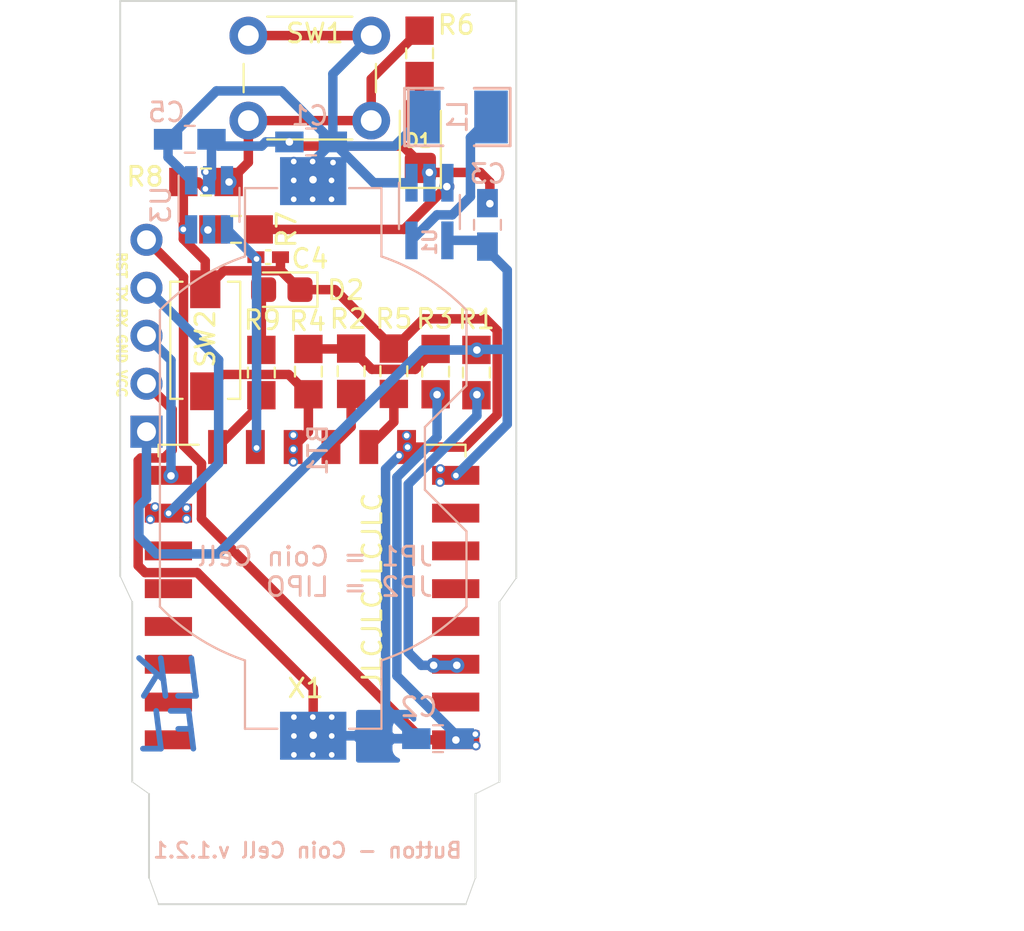
<source format=kicad_pcb>
(kicad_pcb (version 20171130) (host pcbnew "(5.1.9)-1")

  (general
    (thickness 1.6)
    (drawings 24)
    (tracks 192)
    (zones 0)
    (modules 24)
    (nets 19)
  )

  (page A4)
  (layers
    (0 F.Cu signal)
    (31 B.Cu signal)
    (32 B.Adhes user)
    (33 F.Adhes user)
    (34 B.Paste user)
    (35 F.Paste user)
    (36 B.SilkS user)
    (37 F.SilkS user)
    (38 B.Mask user)
    (39 F.Mask user)
    (40 Dwgs.User user)
    (41 Cmts.User user)
    (42 Eco1.User user)
    (43 Eco2.User user)
    (44 Edge.Cuts user)
    (45 Margin user)
    (46 B.CrtYd user hide)
    (47 F.CrtYd user hide)
    (48 B.Fab user hide)
    (49 F.Fab user)
  )

  (setup
    (last_trace_width 0.5)
    (user_trace_width 0.5)
    (trace_clearance 0.1)
    (zone_clearance 0.508)
    (zone_45_only no)
    (trace_min 0.2)
    (via_size 0.8)
    (via_drill 0.4)
    (via_min_size 0.4)
    (via_min_drill 0.3)
    (user_via 0.5 0.3)
    (uvia_size 0.3)
    (uvia_drill 0.1)
    (uvias_allowed no)
    (uvia_min_size 0.2)
    (uvia_min_drill 0.1)
    (edge_width 0.05)
    (segment_width 0.2)
    (pcb_text_width 0.3)
    (pcb_text_size 1.5 1.5)
    (mod_edge_width 0.12)
    (mod_text_size 1 1)
    (mod_text_width 0.15)
    (pad_size 1.524 1.524)
    (pad_drill 0.762)
    (pad_to_mask_clearance 0.051)
    (solder_mask_min_width 0.25)
    (aux_axis_origin 0 0)
    (visible_elements 7FFFFFFF)
    (pcbplotparams
      (layerselection 0x010fc_ffffffff)
      (usegerberextensions false)
      (usegerberattributes false)
      (usegerberadvancedattributes true)
      (creategerberjobfile false)
      (excludeedgelayer true)
      (linewidth 0.150000)
      (plotframeref false)
      (viasonmask false)
      (mode 1)
      (useauxorigin true)
      (hpglpennumber 1)
      (hpglpenspeed 20)
      (hpglpendiameter 15.000000)
      (psnegative false)
      (psa4output false)
      (plotreference true)
      (plotvalue true)
      (plotinvisibletext false)
      (padsonsilk false)
      (subtractmaskfromsilk false)
      (outputformat 1)
      (mirror false)
      (drillshape 0)
      (scaleselection 1)
      (outputdirectory "Gerber/"))
  )

  (net 0 "")
  (net 1 /VCC)
  (net 2 /GND)
  (net 3 /RST)
  (net 4 /RX)
  (net 5 /TX)
  (net 6 /EN)
  (net 7 /GPIO2)
  (net 8 /GPIO0)
  (net 9 "Net-(BT1-Pad1)")
  (net 10 "Net-(L1-Pad2)")
  (net 11 /GPIO15)
  (net 12 "Net-(R7-Pad2)")
  (net 13 /GPIO4)
  (net 14 "Net-(D2-Pad2)")
  (net 15 /GPIO5)
  (net 16 "Net-(D1-Pad2)")
  (net 17 "Net-(R6-Pad2)")
  (net 18 "Net-(R7-Pad1)")

  (net_class Default "This is the default net class."
    (clearance 0.1)
    (trace_width 0.25)
    (via_dia 0.8)
    (via_drill 0.4)
    (uvia_dia 0.3)
    (uvia_drill 0.1)
    (add_net /EN)
    (add_net /GND)
    (add_net /GPIO0)
    (add_net /GPIO15)
    (add_net /GPIO2)
    (add_net /GPIO4)
    (add_net /GPIO5)
    (add_net /RST)
    (add_net /RX)
    (add_net /TX)
    (add_net /VCC)
    (add_net "Net-(BT1-Pad1)")
    (add_net "Net-(D1-Pad2)")
    (add_net "Net-(D2-Pad2)")
    (add_net "Net-(L1-Pad2)")
    (add_net "Net-(R6-Pad2)")
    (add_net "Net-(R7-Pad1)")
    (add_net "Net-(R7-Pad2)")
  )

  (module handsolder:ESP-12Elesssilk (layer F.Cu) (tedit 60343770) (tstamp 603269A6)
    (at 125.72 90.16 180)
    (descr "Wi-Fi Module, http://wiki.ai-thinker.com/_media/esp8266/docs/aithinker_esp_12f_datasheet_en.pdf")
    (tags "Wi-Fi Module")
    (path /602C0443)
    (attr smd)
    (fp_text reference X1 (at 0.34 -0.77) (layer F.SilkS)
      (effects (font (size 1 1) (thickness 0.15)))
    )
    (fp_text value ESP-12E (at -0.06 -12.78) (layer F.Fab)
      (effects (font (size 1 1) (thickness 0.15)))
    )
    (fp_text user %R (at 0.49 -0.8) (layer F.Fab)
      (effects (font (size 1 1) (thickness 0.15)))
    )
    (fp_text user "KEEP-OUT ZONE" (at 0.03 -9.55 180) (layer Cmts.User)
      (effects (font (size 1 1) (thickness 0.15)))
    )
    (fp_text user Antenna (at -0.06 -7 180) (layer Cmts.User)
      (effects (font (size 1 1) (thickness 0.15)))
    )
    (fp_line (start 5.56 -4.8) (end 8.12 -7.36) (layer Dwgs.User) (width 0.12))
    (fp_line (start 2.56 -4.8) (end 8.12 -10.36) (layer Dwgs.User) (width 0.12))
    (fp_line (start -0.44 -4.8) (end 6.88 -12.12) (layer Dwgs.User) (width 0.12))
    (fp_line (start -3.44 -4.8) (end 3.88 -12.12) (layer Dwgs.User) (width 0.12))
    (fp_line (start -6.44 -4.8) (end 0.88 -12.12) (layer Dwgs.User) (width 0.12))
    (fp_line (start -8.12 -6.12) (end -2.12 -12.12) (layer Dwgs.User) (width 0.12))
    (fp_line (start -8.12 -9.12) (end -5.12 -12.12) (layer Dwgs.User) (width 0.12))
    (fp_line (start -8.12 -4.8) (end -8.12 -12.12) (layer Dwgs.User) (width 0.12))
    (fp_line (start 8.12 -4.8) (end -8.12 -4.8) (layer Dwgs.User) (width 0.12))
    (fp_line (start 8.12 -12.12) (end 8.12 -4.8) (layer Dwgs.User) (width 0.12))
    (fp_line (start -8.12 -12.12) (end 8.12 -12.12) (layer Dwgs.User) (width 0.12))
    (fp_line (start -8.12 12.12) (end -8.12 11.5) (layer F.SilkS) (width 0.12))
    (fp_line (start -6 12.12) (end -8.12 12.12) (layer F.SilkS) (width 0.12))
    (fp_line (start 8.12 12.12) (end 6 12.12) (layer F.SilkS) (width 0.12))
    (fp_line (start 8.12 11.5) (end 8.12 12.12) (layer F.SilkS) (width 0.12))
    (fp_line (start -9.05 13.1) (end -9.05 -12.2) (layer F.CrtYd) (width 0.05))
    (fp_line (start 9.05 13.1) (end -9.05 13.1) (layer F.CrtYd) (width 0.05))
    (fp_line (start 9.05 -12.2) (end 9.05 13.1) (layer F.CrtYd) (width 0.05))
    (fp_line (start -9.05 -12.2) (end 9.05 -12.2) (layer F.CrtYd) (width 0.05))
    (fp_line (start -8 -4) (end -8 -12) (layer F.Fab) (width 0.12))
    (fp_line (start -7.5 -3.5) (end -8 -4) (layer F.Fab) (width 0.12))
    (fp_line (start -8 -3) (end -7.5 -3.5) (layer F.Fab) (width 0.12))
    (fp_line (start -8 12) (end -8 -3) (layer F.Fab) (width 0.12))
    (fp_line (start 8 12) (end -8 12) (layer F.Fab) (width 0.12))
    (fp_line (start 8 -12) (end 8 12) (layer F.Fab) (width 0.12))
    (fp_line (start -8 -12) (end 8 -12) (layer F.Fab) (width 0.12))
    (pad 22 smd rect (at 7.6 -3.5 180) (size 2.5 1) (layers F.Cu F.Paste F.Mask))
    (pad 21 smd rect (at 7.6 -1.5 180) (size 2.5 1) (layers F.Cu F.Paste F.Mask))
    (pad 20 smd rect (at 7.6 0.5 180) (size 2.5 1) (layers F.Cu F.Paste F.Mask))
    (pad 19 smd rect (at 7.6 2.5 180) (size 2.5 1) (layers F.Cu F.Paste F.Mask))
    (pad 18 smd rect (at 7.6 4.5 180) (size 2.5 1) (layers F.Cu F.Paste F.Mask))
    (pad 17 smd rect (at 7.6 6.5 180) (size 2.5 1) (layers F.Cu F.Paste F.Mask))
    (pad 16 smd rect (at 7.6 8.5 180) (size 2.5 1) (layers F.Cu F.Paste F.Mask)
      (net 5 /TX))
    (pad 15 smd rect (at 7.6 10.5 180) (size 2.5 1) (layers F.Cu F.Paste F.Mask)
      (net 4 /RX))
    (pad 14 smd rect (at 5 12 180) (size 1 1.8) (layers F.Cu F.Paste F.Mask)
      (net 15 /GPIO5))
    (pad 13 smd rect (at 3 12 180) (size 1 1.8) (layers F.Cu F.Paste F.Mask)
      (net 13 /GPIO4))
    (pad 12 smd rect (at 1 12 180) (size 1 1.8) (layers F.Cu F.Paste F.Mask)
      (net 8 /GPIO0))
    (pad 11 smd rect (at -1 12 180) (size 1 1.8) (layers F.Cu F.Paste F.Mask)
      (net 7 /GPIO2))
    (pad 10 smd rect (at -3 12 180) (size 1 1.8) (layers F.Cu F.Paste F.Mask)
      (net 11 /GPIO15))
    (pad 9 smd rect (at -5 12 180) (size 1 1.8) (layers F.Cu F.Paste F.Mask)
      (net 2 /GND))
    (pad 8 smd rect (at -7.6 10.5 180) (size 2.5 1) (layers F.Cu F.Paste F.Mask)
      (net 1 /VCC))
    (pad 7 smd rect (at -7.6 8.5 180) (size 2.5 1) (layers F.Cu F.Paste F.Mask))
    (pad 6 smd rect (at -7.6 6.5 180) (size 2.5 1) (layers F.Cu F.Paste F.Mask))
    (pad 5 smd rect (at -7.6 4.5 180) (size 2.5 1) (layers F.Cu F.Paste F.Mask))
    (pad 4 smd rect (at -7.6 2.5 180) (size 2.5 1) (layers F.Cu F.Paste F.Mask))
    (pad 3 smd rect (at -7.6 0.5 180) (size 2.5 1) (layers F.Cu F.Paste F.Mask)
      (net 6 /EN))
    (pad 2 smd rect (at -7.6 -1.5 180) (size 2.5 1) (layers F.Cu F.Paste F.Mask))
    (pad 1 smd rect (at -7.6 -3.5 180) (size 2.5 1) (layers F.Cu F.Paste F.Mask)
      (net 3 /RST))
    (model ${KISYS3DMOD}/RF_Module.3dshapes/ESP-12E.wrl
      (at (xyz 0 0 0))
      (scale (xyz 1 1 1))
      (rotate (xyz 0 0 0))
    )
  )

  (module handsolder:C_0805_2012handsodermod (layer B.Cu) (tedit 60004493) (tstamp 6034EE59)
    (at 119.25 61.87 180)
    (descr "Capacitor SMD 0805 (2012 Metric), square (rectangular) end terminal, IPC_7351 nominal with elongated pad for handsoldering. (Body size source: https://docs.google.com/spreadsheets/d/1BsfQQcO9C6DZCsRaXUlFlo91Tg2WpOkGARC1WS5S8t0/edit?usp=sharing), generated with kicad-footprint-generator")
    (tags "capacitor handsolder")
    (path /6034F227)
    (attr smd)
    (fp_text reference C5 (at 1.23 1.43) (layer B.SilkS)
      (effects (font (size 1 1) (thickness 0.15)) (justify mirror))
    )
    (fp_text value 100nF (at 0 -1.65) (layer B.Fab) hide
      (effects (font (size 1 1) (thickness 0.15)) (justify mirror))
    )
    (fp_text user %R (at 0 0) (layer B.Fab)
      (effects (font (size 0.5 0.5) (thickness 0.08)) (justify mirror))
    )
    (fp_line (start -1 -0.6) (end -1 0.6) (layer B.Fab) (width 0.1))
    (fp_line (start -1 0.6) (end 1 0.6) (layer B.Fab) (width 0.1))
    (fp_line (start 1 0.6) (end 1 -0.6) (layer B.Fab) (width 0.1))
    (fp_line (start 1 -0.6) (end -1 -0.6) (layer B.Fab) (width 0.1))
    (fp_line (start -0.261252 0.71) (end 0.261252 0.71) (layer B.SilkS) (width 0.12))
    (fp_line (start -0.261252 -0.71) (end 0.261252 -0.71) (layer B.SilkS) (width 0.12))
    (fp_line (start -2 -0.95) (end -2 0.95) (layer B.CrtYd) (width 0.05))
    (fp_line (start -2 0.95) (end 2.05 0.95) (layer B.CrtYd) (width 0.05))
    (fp_line (start 2.05 0.95) (end 2.05 -0.95) (layer B.CrtYd) (width 0.05))
    (fp_line (start 2.05 -0.95) (end -2 -0.95) (layer B.CrtYd) (width 0.05))
    (pad 2 smd rect (at 1.15 0 180) (size 1.5 1.1) (layers B.Cu B.Paste B.Mask)
      (net 9 "Net-(BT1-Pad1)"))
    (pad 1 smd rect (at -1.15 0 180) (size 1.5 1.1) (layers B.Cu B.Paste B.Mask)
      (net 2 /GND))
    (model ${KISYS3DMOD}/Capacitor_SMD.3dshapes/C_0805_2012Metric.wrl
      (at (xyz 0 0 0))
      (scale (xyz 1 1 1))
      (rotate (xyz 0 0 0))
    )
  )

  (module handsolder:C_0402_1005Metric_Pad0.74x0.62mm_HandSoldermod (layer F.Cu) (tedit 60342830) (tstamp 60343322)
    (at 123.4 68.11)
    (descr "Capacitor SMD 0402 (1005 Metric), square (rectangular) end terminal, IPC_7351 nominal with elongated pad for handsoldering. (Body size source: IPC-SM-782 page 76, https://www.pcb-3d.com/wordpress/wp-content/uploads/ipc-sm-782a_amendment_1_and_2.pdf), generated with kicad-footprint-generator")
    (tags "capacitor handsolder")
    (path /603444C4)
    (attr smd)
    (fp_text reference C4 (at 2.21 0.08) (layer F.SilkS)
      (effects (font (size 1 1) (thickness 0.15)))
    )
    (fp_text value "10nf -100nf" (at 0 1.16) (layer F.Fab)
      (effects (font (size 1 1) (thickness 0.15)))
    )
    (fp_line (start -0.5 0.25) (end -0.5 -0.25) (layer F.Fab) (width 0.1))
    (fp_line (start -0.5 -0.25) (end 0.5 -0.25) (layer F.Fab) (width 0.1))
    (fp_line (start 0.5 -0.25) (end 0.5 0.25) (layer F.Fab) (width 0.1))
    (fp_line (start 0.5 0.25) (end -0.5 0.25) (layer F.Fab) (width 0.1))
    (fp_line (start -0.115835 -0.36) (end 0.115835 -0.36) (layer F.SilkS) (width 0.12))
    (fp_line (start -0.115835 0.36) (end 0.115835 0.36) (layer F.SilkS) (width 0.12))
    (fp_line (start -1.08 0.46) (end -1.08 -0.46) (layer F.CrtYd) (width 0.05))
    (fp_line (start -1.08 -0.46) (end 1.08 -0.46) (layer F.CrtYd) (width 0.05))
    (fp_line (start 1.08 -0.46) (end 1.08 0.46) (layer F.CrtYd) (width 0.05))
    (fp_line (start 1.08 0.46) (end -1.08 0.46) (layer F.CrtYd) (width 0.05))
    (fp_text user %R (at 0 0) (layer F.Fab)
      (effects (font (size 0.25 0.25) (thickness 0.04)))
    )
    (pad 2 smd rect (at 0.65 0) (size 0.9 0.62) (layers F.Cu F.Paste F.Mask)
      (net 2 /GND))
    (pad 1 smd rect (at -0.65 0) (size 0.9 0.62) (layers F.Cu F.Paste F.Mask)
      (net 13 /GPIO4))
    (model ${KISYS3DMOD}/Capacitor_SMD.3dshapes/C_0402_1005Metric.wrl
      (at (xyz 0 0 0))
      (scale (xyz 1 1 1))
      (rotate (xyz 0 0 0))
    )
  )

  (module handsolder:SMD-1210_Pol_inductor (layer B.Cu) (tedit 592F1991) (tstamp 60341854)
    (at 133.41 60.69)
    (tags "CMS SM")
    (path /602E234D)
    (attr smd)
    (fp_text reference L1 (at 0.015 -0.015 -90) (layer B.SilkS)
      (effects (font (size 1 1) (thickness 0.15)) (justify mirror))
    )
    (fp_text value "4.7 uH" (at 0 -0.762) (layer B.Fab)
      (effects (font (size 1 1) (thickness 0.15)) (justify mirror))
    )
    (fp_line (start -2.794 1.524) (end -2.794 -1.524) (layer B.SilkS) (width 0.15))
    (fp_line (start 0.889 -1.524) (end 2.794 -1.524) (layer B.SilkS) (width 0.15))
    (fp_line (start 2.794 -1.524) (end 2.794 1.524) (layer B.SilkS) (width 0.15))
    (fp_line (start 2.794 1.524) (end 0.889 1.524) (layer B.SilkS) (width 0.15))
    (fp_line (start -0.762 1.524) (end -2.794 1.524) (layer B.SilkS) (width 0.15))
    (fp_line (start -2.594 1.524) (end -2.594 -1.524) (layer B.SilkS) (width 0.15))
    (fp_line (start -2.794 -1.524) (end -0.762 -1.524) (layer B.SilkS) (width 0.15))
    (pad 1 smd rect (at -1.778 0) (size 1.778 2.794) (layers B.Cu B.Paste B.Mask)
      (net 9 "Net-(BT1-Pad1)") (zone_connect 2))
    (pad 2 smd rect (at 1.778 0) (size 1.778 2.794) (layers B.Cu B.Paste B.Mask)
      (net 10 "Net-(L1-Pad2)"))
    (model SMD_Packages.3dshapes/SMD-1210_Pol.wrl
      (at (xyz 0 0 0))
      (scale (xyz 0.2 0.2 0.2))
      (rotate (xyz 0 0 0))
    )
  )

  (module Connector_PinHeader_2.54mm:PinHeader_1x05_P2.54mm_Vertical (layer F.Cu) (tedit 6033F431) (tstamp 60326824)
    (at 116.96 77.35 180)
    (descr "Through hole straight pin header, 1x05, 2.54mm pitch, single row")
    (tags "Through hole pin header THT 1x05 2.54mm single row")
    (path /60301345)
    (fp_text reference J1 (at -2.6162 -0.9652 180) (layer F.SilkS) hide
      (effects (font (size 1 1) (thickness 0.15)))
    )
    (fp_text value Conn_01x05_Female (at 0.03 12.52 180) (layer F.Fab)
      (effects (font (size 1 1) (thickness 0.15)))
    )
    (fp_line (start 1.8 -1.8) (end -1.8 -1.8) (layer F.CrtYd) (width 0.05))
    (fp_line (start 1.8 11.95) (end 1.8 -1.8) (layer F.CrtYd) (width 0.05))
    (fp_line (start -1.8 11.95) (end 1.8 11.95) (layer F.CrtYd) (width 0.05))
    (fp_line (start -1.8 -1.8) (end -1.8 11.95) (layer F.CrtYd) (width 0.05))
    (fp_line (start -1.27 -0.635) (end -0.635 -1.27) (layer F.Fab) (width 0.1))
    (fp_line (start -1.27 11.43) (end -1.27 -0.635) (layer F.Fab) (width 0.1))
    (fp_line (start 1.27 11.43) (end -1.27 11.43) (layer F.Fab) (width 0.1))
    (fp_line (start 1.27 -1.27) (end 1.27 11.43) (layer F.Fab) (width 0.1))
    (fp_line (start -0.635 -1.27) (end 1.27 -1.27) (layer F.Fab) (width 0.1))
    (fp_text user %R (at 0 5.08 270) (layer F.Fab)
      (effects (font (size 1 1) (thickness 0.15)))
    )
    (pad 5 thru_hole oval (at 0 10.16 180) (size 1.7 1.7) (drill 1) (layers *.Cu *.Mask)
      (net 3 /RST))
    (pad 4 thru_hole oval (at 0 7.62 180) (size 1.7 1.7) (drill 1) (layers *.Cu *.Mask)
      (net 5 /TX))
    (pad 3 thru_hole oval (at 0 5.08 180) (size 1.7 1.7) (drill 1) (layers *.Cu *.Mask)
      (net 4 /RX))
    (pad 2 thru_hole oval (at 0 2.54 180) (size 1.7 1.7) (drill 1) (layers *.Cu *.Mask)
      (net 2 /GND))
    (pad 1 thru_hole rect (at 0 0 180) (size 1.7 1.7) (drill 1) (layers *.Cu *.Mask)
      (net 1 /VCC))
    (model ${KISYS3DMOD}/Connector_PinHeader_2.54mm.3dshapes/PinHeader_1x05_P2.54mm_Vertical.wrl
      (at (xyz 0 0 0))
      (scale (xyz 1 1 1))
      (rotate (xyz 0 0 0))
    )
  )

  (module handsolder:SOT-23-5_HandSolderingmod (layer B.Cu) (tedit 60023824) (tstamp 60329F06)
    (at 131.93 65.72 270)
    (descr "5-pin SOT23 package")
    (tags "SOT-23-5 hand-soldering")
    (path /6033543B)
    (attr smd)
    (fp_text reference U1 (at 1.58496 -0.02032 90) (layer B.SilkS)
      (effects (font (size 0.7 0.7) (thickness 0.15)) (justify mirror))
    )
    (fp_text value TPS61097A (at 10.287 -1.143 270) (layer B.SilkS) hide
      (effects (font (size 1 1) (thickness 0.15)) (justify mirror))
    )
    (fp_line (start 2.38 -1.8) (end -2.38 -1.8) (layer B.CrtYd) (width 0.05))
    (fp_line (start 2.38 -1.8) (end 2.38 1.8) (layer B.CrtYd) (width 0.05))
    (fp_line (start -2.38 1.8) (end -2.38 -1.8) (layer B.CrtYd) (width 0.05))
    (fp_line (start -2.38 1.8) (end 2.38 1.8) (layer B.CrtYd) (width 0.05))
    (fp_line (start 0.9 1.55) (end 0.9 -1.55) (layer B.Fab) (width 0.1))
    (fp_line (start 0.9 -1.55) (end -0.9 -1.55) (layer B.Fab) (width 0.1))
    (fp_line (start -0.9 0.9) (end -0.9 -1.55) (layer B.Fab) (width 0.1))
    (fp_line (start 0.9 1.55) (end -0.25 1.55) (layer B.Fab) (width 0.1))
    (fp_line (start -0.9 0.9) (end -0.25 1.55) (layer B.Fab) (width 0.1))
    (fp_line (start 0.9 1.61) (end -1.55 1.61) (layer B.SilkS) (width 0.12))
    (fp_line (start -0.9 -1.61) (end 0.9 -1.61) (layer B.SilkS) (width 0.12))
    (fp_text user %R (at 0 0) (layer B.Fab)
      (effects (font (size 0.5 0.5) (thickness 0.075)) (justify mirror))
    )
    (pad 5 smd rect (at 1.5 0.95 270) (size 2 0.65) (layers B.Cu B.Paste B.Mask)
      (net 10 "Net-(L1-Pad2)"))
    (pad 4 smd rect (at 1.5 -0.95 270) (size 2 0.65) (layers B.Cu B.Paste B.Mask)
      (net 1 /VCC))
    (pad 3 smd rect (at -1.55 -0.95 270) (size 2 0.65) (layers B.Cu B.Paste B.Mask)
      (net 12 "Net-(R7-Pad2)"))
    (pad 2 smd trapezoid (at -1.55 0 270) (size 2 0.65) (layers B.Cu B.Paste B.Mask)
      (net 2 /GND))
    (pad 1 smd rect (at -1.55 0.95 270) (size 2 0.65) (layers B.Cu B.Paste B.Mask)
      (net 9 "Net-(BT1-Pad1)"))
    (model ${KISYS3DMOD}/Package_TO_SOT_SMD.3dshapes/SOT-23-5.wrl
      (at (xyz 0 0 0))
      (scale (xyz 1 1 1))
      (rotate (xyz 0 0 0))
    )
  )

  (module handsolder:C_0805_2012handsodermod (layer B.Cu) (tedit 60326176) (tstamp 603267C3)
    (at 125.67 62.01)
    (descr "Capacitor SMD 0805 (2012 Metric), square (rectangular) end terminal, IPC_7351 nominal with elongated pad for handsoldering. (Body size source: https://docs.google.com/spreadsheets/d/1BsfQQcO9C6DZCsRaXUlFlo91Tg2WpOkGARC1WS5S8t0/edit?usp=sharing), generated with kicad-footprint-generator")
    (tags "capacitor handsolder")
    (path /602D0C1F)
    (attr smd)
    (fp_text reference C1 (at -0.07 -1.385 180) (layer B.SilkS)
      (effects (font (size 1 1) (thickness 0.15)) (justify mirror))
    )
    (fp_text value 10uF (at 0 -1.65 180) (layer B.Fab) hide
      (effects (font (size 1 1) (thickness 0.15)) (justify mirror))
    )
    (fp_line (start 2.05 -0.85) (end -2 -0.85) (layer B.CrtYd) (width 0.05))
    (fp_line (start 2.05 0.85) (end 2.05 -0.85) (layer B.CrtYd) (width 0.05))
    (fp_line (start -2 0.85) (end 2.05 0.85) (layer B.CrtYd) (width 0.05))
    (fp_line (start -2 -0.85) (end -2 0.85) (layer B.CrtYd) (width 0.05))
    (fp_line (start -0.261252 -0.71) (end 0.261252 -0.71) (layer B.SilkS) (width 0.12))
    (fp_line (start -0.261252 0.71) (end 0.261252 0.71) (layer B.SilkS) (width 0.12))
    (fp_line (start 1 -0.6) (end -1 -0.6) (layer B.Fab) (width 0.1))
    (fp_line (start 1 0.6) (end 1 -0.6) (layer B.Fab) (width 0.1))
    (fp_line (start -1 0.6) (end 1 0.6) (layer B.Fab) (width 0.1))
    (fp_line (start -1 -0.6) (end -1 0.6) (layer B.Fab) (width 0.1))
    (fp_text user %R (at 0 0 180) (layer B.Fab)
      (effects (font (size 0.5 0.5) (thickness 0.08)) (justify mirror))
    )
    (pad 2 smd rect (at 1.15 0) (size 1.5 1.1) (layers B.Cu B.Paste B.Mask)
      (net 9 "Net-(BT1-Pad1)"))
    (pad 1 smd rect (at -1.15 0) (size 1.5 1.1) (layers B.Cu B.Paste B.Mask)
      (net 2 /GND))
    (model ${KISYS3DMOD}/Capacitor_SMD.3dshapes/C_0805_2012Metric.wrl
      (at (xyz 0 0 0))
      (scale (xyz 1 1 1))
      (rotate (xyz 0 0 0))
    )
  )

  (module handsolder:SOT-23-6handsoldering (layer B.Cu) (tedit 600C9A10) (tstamp 6032696B)
    (at 120.27 65.34 270)
    (descr "6-pin SOT-23 package")
    (tags SOT-23-6)
    (path /6031B6A7)
    (attr smd)
    (fp_text reference U3 (at 0 2.54 270) (layer B.SilkS)
      (effects (font (size 1 1) (thickness 0.15)) (justify mirror))
    )
    (fp_text value TPL5111 (at 0 -2.9 90) (layer B.Fab)
      (effects (font (size 1 1) (thickness 0.15)) (justify mirror))
    )
    (fp_line (start 0.9 1.55) (end 0.9 -1.55) (layer B.Fab) (width 0.1))
    (fp_line (start 0.9 -1.55) (end -0.9 -1.55) (layer B.Fab) (width 0.1))
    (fp_line (start -0.9 0.9) (end -0.9 -1.55) (layer B.Fab) (width 0.1))
    (fp_line (start 0.9 1.55) (end -0.25 1.55) (layer B.Fab) (width 0.1))
    (fp_line (start -0.9 0.9) (end -0.25 1.55) (layer B.Fab) (width 0.1))
    (fp_line (start -1.9 1.8) (end -1.9 -1.8) (layer B.CrtYd) (width 0.05))
    (fp_line (start -1.9 -1.8) (end 1.9 -1.8) (layer B.CrtYd) (width 0.05))
    (fp_line (start 1.9 -1.8) (end 1.9 1.8) (layer B.CrtYd) (width 0.05))
    (fp_line (start 1.9 1.8) (end -1.9 1.8) (layer B.CrtYd) (width 0.05))
    (fp_line (start 0.9 1.61) (end -1.55 1.61) (layer B.SilkS) (width 0.12))
    (fp_line (start -0.9 -1.61) (end 0.9 -1.61) (layer B.SilkS) (width 0.12))
    (fp_text user %R (at 0 0) (layer B.Fab)
      (effects (font (size 0.5 0.5) (thickness 0.075)) (justify mirror))
    )
    (pad 5 smd rect (at 1.3 0 270) (size 1.5 0.65) (layers B.Cu B.Paste B.Mask)
      (net 18 "Net-(R7-Pad1)"))
    (pad 6 smd rect (at 1.3 0.95 270) (size 1.5 0.65) (layers B.Cu B.Paste B.Mask)
      (net 2 /GND))
    (pad 4 smd rect (at 1.3 -0.95 270) (size 1.5 0.65) (layers B.Cu B.Paste B.Mask)
      (net 13 /GPIO4))
    (pad 3 smd rect (at -1.3 -0.95 270) (size 1.5 0.65) (layers B.Cu B.Paste B.Mask)
      (net 17 "Net-(R6-Pad2)"))
    (pad 2 smd rect (at -1.3 0 270) (size 1.5 0.65) (layers B.Cu B.Paste B.Mask)
      (net 2 /GND))
    (pad 1 smd rect (at -1.3 0.95 270) (size 1.5 0.65) (layers B.Cu B.Paste B.Mask)
      (net 9 "Net-(BT1-Pad1)"))
    (model ${KISYS3DMOD}/Package_TO_SOT_SMD.3dshapes/SOT-23-6.wrl
      (at (xyz 0 0 0))
      (scale (xyz 1 1 1))
      (rotate (xyz 0 0 0))
    )
  )

  (module Button_Switch_SMD:SW_SPST_EVQPE1 (layer F.Cu) (tedit 5A02FC95) (tstamp 6032692A)
    (at 120.07 72.51 90)
    (descr "Light Touch Switch, https://industrial.panasonic.com/cdbs/www-data/pdf/ATK0000/ATK0000CE7.pdf")
    (path /602CDBD4)
    (attr smd)
    (fp_text reference SW2 (at 0.0762 0 90) (layer F.SilkS)
      (effects (font (size 1 1) (thickness 0.15)))
    )
    (fp_text value SW_Push (at 0 3 90) (layer F.Fab)
      (effects (font (size 1 1) (thickness 0.15)))
    )
    (fp_line (start -3.1 1.85) (end 3.1 1.85) (layer F.SilkS) (width 0.12))
    (fp_line (start 3.1 -1.85) (end -3.1 -1.85) (layer F.SilkS) (width 0.12))
    (fp_line (start -3.1 -1.85) (end -3.1 -1.2) (layer F.SilkS) (width 0.12))
    (fp_line (start -3.1 1.2) (end -3.1 1.85) (layer F.SilkS) (width 0.12))
    (fp_line (start 3.1 1.85) (end 3.1 1.2) (layer F.SilkS) (width 0.12))
    (fp_line (start 3.1 -1.85) (end 3.1 -1.2) (layer F.SilkS) (width 0.12))
    (fp_line (start -3.95 2) (end -3.95 -2) (layer F.CrtYd) (width 0.05))
    (fp_line (start 3.95 2) (end -3.95 2) (layer F.CrtYd) (width 0.05))
    (fp_line (start 3.95 -2) (end 3.95 2) (layer F.CrtYd) (width 0.05))
    (fp_line (start -3.95 -2) (end 3.95 -2) (layer F.CrtYd) (width 0.05))
    (fp_line (start -1.4 0.7) (end -1.4 -0.7) (layer F.Fab) (width 0.1))
    (fp_line (start 1.4 0.7) (end -1.4 0.7) (layer F.Fab) (width 0.1))
    (fp_line (start 1.4 -0.7) (end 1.4 0.7) (layer F.Fab) (width 0.1))
    (fp_line (start -1.4 -0.7) (end 1.4 -0.7) (layer F.Fab) (width 0.1))
    (fp_line (start -3 -1.75) (end 3 -1.75) (layer F.Fab) (width 0.1))
    (fp_line (start -3 1.75) (end -3 -1.75) (layer F.Fab) (width 0.1))
    (fp_line (start 3 1.75) (end -3 1.75) (layer F.Fab) (width 0.1))
    (fp_line (start 3 -1.75) (end 3 1.75) (layer F.Fab) (width 0.1))
    (fp_text user %R (at 0 -2.65 90) (layer F.Fab)
      (effects (font (size 1 1) (thickness 0.15)))
    )
    (pad 1 smd rect (at -2.7 0 90) (size 2 1.6) (layers F.Cu F.Paste F.Mask)
      (net 8 /GPIO0))
    (pad 2 smd rect (at 2.7 0 90) (size 2 1.6) (layers F.Cu F.Paste F.Mask)
      (net 2 /GND))
    (model ${KISYS3DMOD}/Button_Switch_SMD.3dshapes/SW_SPST_EVQPE1.wrl
      (at (xyz 0 0 0))
      (scale (xyz 1 1 1))
      (rotate (xyz 0 0 0))
    )
  )

  (module Button_Switch_THT:SW_PUSH_6mm (layer F.Cu) (tedit 5A02FE31) (tstamp 60326911)
    (at 122.35 56.38)
    (descr https://www.omron.com/ecb/products/pdf/en-b3f.pdf)
    (tags "tact sw push 6mm")
    (path /602CFCB7)
    (fp_text reference SW1 (at 3.52 -0.12) (layer F.SilkS)
      (effects (font (size 1 1) (thickness 0.15)))
    )
    (fp_text value SW_Push (at 3.75 6.7) (layer F.Fab)
      (effects (font (size 1 1) (thickness 0.15)))
    )
    (fp_circle (center 3.25 2.25) (end 1.25 2.5) (layer F.Fab) (width 0.1))
    (fp_line (start 6.75 3) (end 6.75 1.5) (layer F.SilkS) (width 0.12))
    (fp_line (start 5.5 -1) (end 1 -1) (layer F.SilkS) (width 0.12))
    (fp_line (start -0.25 1.5) (end -0.25 3) (layer F.SilkS) (width 0.12))
    (fp_line (start 1 5.5) (end 5.5 5.5) (layer F.SilkS) (width 0.12))
    (fp_line (start 8 -1.25) (end 8 5.75) (layer F.CrtYd) (width 0.05))
    (fp_line (start 7.75 6) (end -1.25 6) (layer F.CrtYd) (width 0.05))
    (fp_line (start -1.5 5.75) (end -1.5 -1.25) (layer F.CrtYd) (width 0.05))
    (fp_line (start -1.25 -1.5) (end 7.75 -1.5) (layer F.CrtYd) (width 0.05))
    (fp_line (start -1.5 6) (end -1.25 6) (layer F.CrtYd) (width 0.05))
    (fp_line (start -1.5 5.75) (end -1.5 6) (layer F.CrtYd) (width 0.05))
    (fp_line (start -1.5 -1.5) (end -1.25 -1.5) (layer F.CrtYd) (width 0.05))
    (fp_line (start -1.5 -1.25) (end -1.5 -1.5) (layer F.CrtYd) (width 0.05))
    (fp_line (start 8 -1.5) (end 8 -1.25) (layer F.CrtYd) (width 0.05))
    (fp_line (start 7.75 -1.5) (end 8 -1.5) (layer F.CrtYd) (width 0.05))
    (fp_line (start 8 6) (end 8 5.75) (layer F.CrtYd) (width 0.05))
    (fp_line (start 7.75 6) (end 8 6) (layer F.CrtYd) (width 0.05))
    (fp_line (start 0.25 -0.75) (end 3.25 -0.75) (layer F.Fab) (width 0.1))
    (fp_line (start 0.25 5.25) (end 0.25 -0.75) (layer F.Fab) (width 0.1))
    (fp_line (start 6.25 5.25) (end 0.25 5.25) (layer F.Fab) (width 0.1))
    (fp_line (start 6.25 -0.75) (end 6.25 5.25) (layer F.Fab) (width 0.1))
    (fp_line (start 3.25 -0.75) (end 6.25 -0.75) (layer F.Fab) (width 0.1))
    (fp_text user %R (at 3.25 2.25) (layer F.Fab)
      (effects (font (size 1 1) (thickness 0.15)))
    )
    (pad 1 thru_hole circle (at 6.5 0 90) (size 2 2) (drill 1.1) (layers *.Cu *.Mask)
      (net 9 "Net-(BT1-Pad1)"))
    (pad 2 thru_hole circle (at 6.5 4.5 90) (size 2 2) (drill 1.1) (layers *.Cu *.Mask)
      (net 17 "Net-(R6-Pad2)"))
    (pad 1 thru_hole circle (at 0 0 90) (size 2 2) (drill 1.1) (layers *.Cu *.Mask)
      (net 9 "Net-(BT1-Pad1)"))
    (pad 2 thru_hole circle (at 0 4.5 90) (size 2 2) (drill 1.1) (layers *.Cu *.Mask)
      (net 17 "Net-(R6-Pad2)"))
    (model ${KISYS3DMOD}/Button_Switch_THT.3dshapes/SW_PUSH_6mm.wrl
      (at (xyz 0 0 0))
      (scale (xyz 1 1 1))
      (rotate (xyz 0 0 0))
    )
  )

  (module handsolder:R_0805_2012handsoldermod (layer F.Cu) (tedit 60004565) (tstamp 603268F2)
    (at 123.0376 74.2188 270)
    (descr "Resistor SMD 0805 (2012 Metric), square (rectangular) end terminal, IPC_7351 nominal with elongated pad for handsoldering. (Body size source: https://docs.google.com/spreadsheets/d/1BsfQQcO9C6DZCsRaXUlFlo91Tg2WpOkGARC1WS5S8t0/edit?usp=sharing), generated with kicad-footprint-generator")
    (tags "resistor handsolder")
    (path /60325E7B)
    (attr smd)
    (fp_text reference R9 (at -2.7788 -0.0524) (layer F.SilkS)
      (effects (font (size 1 1) (thickness 0.15)))
    )
    (fp_text value 1k (at 0 1.65 270) (layer F.Fab) hide
      (effects (font (size 1 1) (thickness 0.15)))
    )
    (fp_line (start 2.05 0.95) (end -2.05 0.95) (layer F.CrtYd) (width 0.05))
    (fp_line (start 2.05 -0.95) (end 2.05 0.95) (layer F.CrtYd) (width 0.05))
    (fp_line (start -2.05 -0.95) (end 2.05 -0.95) (layer F.CrtYd) (width 0.05))
    (fp_line (start -2.05 0.95) (end -2.05 -0.95) (layer F.CrtYd) (width 0.05))
    (fp_line (start -0.261252 0.71) (end 0.261252 0.71) (layer F.SilkS) (width 0.12))
    (fp_line (start -0.261252 -0.71) (end 0.261252 -0.71) (layer F.SilkS) (width 0.12))
    (fp_line (start 1 0.6) (end -1 0.6) (layer F.Fab) (width 0.1))
    (fp_line (start 1 -0.6) (end 1 0.6) (layer F.Fab) (width 0.1))
    (fp_line (start -1 -0.6) (end 1 -0.6) (layer F.Fab) (width 0.1))
    (fp_line (start -1 0.6) (end -1 -0.6) (layer F.Fab) (width 0.1))
    (fp_text user %R (at 0 0 270) (layer F.Fab)
      (effects (font (size 0.5 0.5) (thickness 0.08)))
    )
    (pad 2 smd rect (at 1.2 0 270) (size 1.5 1.5) (layers F.Cu F.Paste F.Mask)
      (net 15 /GPIO5))
    (pad 1 smd rect (at -1.2 0 270) (size 1.5 1.5) (layers F.Cu F.Paste F.Mask)
      (net 14 "Net-(D2-Pad2)"))
    (model ${KISYS3DMOD}/Resistor_SMD.3dshapes/R_0805_2012Metric.wrl
      (at (xyz 0 0 0))
      (scale (xyz 1 1 1))
      (rotate (xyz 0 0 0))
    )
  )

  (module handsolder:R_0805_2012handsoldermod (layer F.Cu) (tedit 60004565) (tstamp 603268E1)
    (at 120.11 64.13)
    (descr "Resistor SMD 0805 (2012 Metric), square (rectangular) end terminal, IPC_7351 nominal with elongated pad for handsoldering. (Body size source: https://docs.google.com/spreadsheets/d/1BsfQQcO9C6DZCsRaXUlFlo91Tg2WpOkGARC1WS5S8t0/edit?usp=sharing), generated with kicad-footprint-generator")
    (tags "resistor handsolder")
    (path /6031EA78)
    (attr smd)
    (fp_text reference R8 (at -3.23 -0.28) (layer F.SilkS)
      (effects (font (size 1 1) (thickness 0.15)))
    )
    (fp_text value 10k (at 0 1.65) (layer F.Fab) hide
      (effects (font (size 1 1) (thickness 0.15)))
    )
    (fp_line (start 2.05 0.95) (end -2.05 0.95) (layer F.CrtYd) (width 0.05))
    (fp_line (start 2.05 -0.95) (end 2.05 0.95) (layer F.CrtYd) (width 0.05))
    (fp_line (start -2.05 -0.95) (end 2.05 -0.95) (layer F.CrtYd) (width 0.05))
    (fp_line (start -2.05 0.95) (end -2.05 -0.95) (layer F.CrtYd) (width 0.05))
    (fp_line (start -0.261252 0.71) (end 0.261252 0.71) (layer F.SilkS) (width 0.12))
    (fp_line (start -0.261252 -0.71) (end 0.261252 -0.71) (layer F.SilkS) (width 0.12))
    (fp_line (start 1 0.6) (end -1 0.6) (layer F.Fab) (width 0.1))
    (fp_line (start 1 -0.6) (end 1 0.6) (layer F.Fab) (width 0.1))
    (fp_line (start -1 -0.6) (end 1 -0.6) (layer F.Fab) (width 0.1))
    (fp_line (start -1 0.6) (end -1 -0.6) (layer F.Fab) (width 0.1))
    (fp_text user %R (at 0 0) (layer F.Fab)
      (effects (font (size 0.5 0.5) (thickness 0.08)))
    )
    (pad 2 smd rect (at 1.2 0) (size 1.5 1.5) (layers F.Cu F.Paste F.Mask)
      (net 17 "Net-(R6-Pad2)"))
    (pad 1 smd rect (at -1.2 0) (size 1.5 1.5) (layers F.Cu F.Paste F.Mask)
      (net 2 /GND))
    (model ${KISYS3DMOD}/Resistor_SMD.3dshapes/R_0805_2012Metric.wrl
      (at (xyz 0 0 0))
      (scale (xyz 1 1 1))
      (rotate (xyz 0 0 0))
    )
  )

  (module handsolder:R_0805_2012handsoldermod (layer F.Cu) (tedit 60004565) (tstamp 603268D0)
    (at 121.7 66.64)
    (descr "Resistor SMD 0805 (2012 Metric), square (rectangular) end terminal, IPC_7351 nominal with elongated pad for handsoldering. (Body size source: https://docs.google.com/spreadsheets/d/1BsfQQcO9C6DZCsRaXUlFlo91Tg2WpOkGARC1WS5S8t0/edit?usp=sharing), generated with kicad-footprint-generator")
    (tags "resistor handsolder")
    (path /602F7A06)
    (attr smd)
    (fp_text reference R7 (at 2.667 0 270) (layer F.SilkS)
      (effects (font (size 1 1) (thickness 0.15)))
    )
    (fp_text value 10k (at 0 1.65) (layer F.Fab) hide
      (effects (font (size 1 1) (thickness 0.15)))
    )
    (fp_line (start 2.05 0.95) (end -2.05 0.95) (layer F.CrtYd) (width 0.05))
    (fp_line (start 2.05 -0.95) (end 2.05 0.95) (layer F.CrtYd) (width 0.05))
    (fp_line (start -2.05 -0.95) (end 2.05 -0.95) (layer F.CrtYd) (width 0.05))
    (fp_line (start -2.05 0.95) (end -2.05 -0.95) (layer F.CrtYd) (width 0.05))
    (fp_line (start -0.261252 0.71) (end 0.261252 0.71) (layer F.SilkS) (width 0.12))
    (fp_line (start -0.261252 -0.71) (end 0.261252 -0.71) (layer F.SilkS) (width 0.12))
    (fp_line (start 1 0.6) (end -1 0.6) (layer F.Fab) (width 0.1))
    (fp_line (start 1 -0.6) (end 1 0.6) (layer F.Fab) (width 0.1))
    (fp_line (start -1 -0.6) (end 1 -0.6) (layer F.Fab) (width 0.1))
    (fp_line (start -1 0.6) (end -1 -0.6) (layer F.Fab) (width 0.1))
    (fp_text user %R (at 0 0) (layer F.Fab)
      (effects (font (size 0.5 0.5) (thickness 0.08)))
    )
    (pad 2 smd rect (at 1.2 0) (size 1.5 1.5) (layers F.Cu F.Paste F.Mask)
      (net 12 "Net-(R7-Pad2)"))
    (pad 1 smd rect (at -1.2 0) (size 1.5 1.5) (layers F.Cu F.Paste F.Mask)
      (net 18 "Net-(R7-Pad1)"))
    (model ${KISYS3DMOD}/Resistor_SMD.3dshapes/R_0805_2012Metric.wrl
      (at (xyz 0 0 0))
      (scale (xyz 1 1 1))
      (rotate (xyz 0 0 0))
    )
  )

  (module handsolder:R_0805_2012handsoldermod (layer F.Cu) (tedit 60004565) (tstamp 603268BF)
    (at 131.41 57.32 90)
    (descr "Resistor SMD 0805 (2012 Metric), square (rectangular) end terminal, IPC_7351 nominal with elongated pad for handsoldering. (Body size source: https://docs.google.com/spreadsheets/d/1BsfQQcO9C6DZCsRaXUlFlo91Tg2WpOkGARC1WS5S8t0/edit?usp=sharing), generated with kicad-footprint-generator")
    (tags "resistor handsolder")
    (path /602D454A)
    (attr smd)
    (fp_text reference R6 (at 1.5035 1.94 180) (layer F.SilkS)
      (effects (font (size 1 1) (thickness 0.15)))
    )
    (fp_text value 1k (at 0 1.65 90) (layer F.Fab) hide
      (effects (font (size 1 1) (thickness 0.15)))
    )
    (fp_line (start 2.05 0.95) (end -2.05 0.95) (layer F.CrtYd) (width 0.05))
    (fp_line (start 2.05 -0.95) (end 2.05 0.95) (layer F.CrtYd) (width 0.05))
    (fp_line (start -2.05 -0.95) (end 2.05 -0.95) (layer F.CrtYd) (width 0.05))
    (fp_line (start -2.05 0.95) (end -2.05 -0.95) (layer F.CrtYd) (width 0.05))
    (fp_line (start -0.261252 0.71) (end 0.261252 0.71) (layer F.SilkS) (width 0.12))
    (fp_line (start -0.261252 -0.71) (end 0.261252 -0.71) (layer F.SilkS) (width 0.12))
    (fp_line (start 1 0.6) (end -1 0.6) (layer F.Fab) (width 0.1))
    (fp_line (start 1 -0.6) (end 1 0.6) (layer F.Fab) (width 0.1))
    (fp_line (start -1 -0.6) (end 1 -0.6) (layer F.Fab) (width 0.1))
    (fp_line (start -1 0.6) (end -1 -0.6) (layer F.Fab) (width 0.1))
    (fp_text user %R (at 0 0 270) (layer F.Fab)
      (effects (font (size 0.5 0.5) (thickness 0.08)))
    )
    (pad 2 smd rect (at 1.2 0 90) (size 1.5 1.5) (layers F.Cu F.Paste F.Mask)
      (net 17 "Net-(R6-Pad2)"))
    (pad 1 smd rect (at -1.2 0 90) (size 1.5 1.5) (layers F.Cu F.Paste F.Mask)
      (net 16 "Net-(D1-Pad2)"))
    (model ${KISYS3DMOD}/Resistor_SMD.3dshapes/R_0805_2012Metric.wrl
      (at (xyz 0 0 0))
      (scale (xyz 1 1 1))
      (rotate (xyz 0 0 0))
    )
  )

  (module handsolder:R_0805_2012handsoldermod (layer F.Cu) (tedit 60004565) (tstamp 603268AE)
    (at 130.048 74.1488 270)
    (descr "Resistor SMD 0805 (2012 Metric), square (rectangular) end terminal, IPC_7351 nominal with elongated pad for handsoldering. (Body size source: https://docs.google.com/spreadsheets/d/1BsfQQcO9C6DZCsRaXUlFlo91Tg2WpOkGARC1WS5S8t0/edit?usp=sharing), generated with kicad-footprint-generator")
    (tags "resistor handsolder")
    (path /602CA91E)
    (attr smd)
    (fp_text reference R5 (at -2.7748 0 180) (layer F.SilkS)
      (effects (font (size 1 1) (thickness 0.15)))
    )
    (fp_text value 4.7k (at 0 1.65 90) (layer F.Fab) hide
      (effects (font (size 1 1) (thickness 0.15)))
    )
    (fp_line (start 2.05 0.95) (end -2.05 0.95) (layer F.CrtYd) (width 0.05))
    (fp_line (start 2.05 -0.95) (end 2.05 0.95) (layer F.CrtYd) (width 0.05))
    (fp_line (start -2.05 -0.95) (end 2.05 -0.95) (layer F.CrtYd) (width 0.05))
    (fp_line (start -2.05 0.95) (end -2.05 -0.95) (layer F.CrtYd) (width 0.05))
    (fp_line (start -0.261252 0.71) (end 0.261252 0.71) (layer F.SilkS) (width 0.12))
    (fp_line (start -0.261252 -0.71) (end 0.261252 -0.71) (layer F.SilkS) (width 0.12))
    (fp_line (start 1 0.6) (end -1 0.6) (layer F.Fab) (width 0.1))
    (fp_line (start 1 -0.6) (end 1 0.6) (layer F.Fab) (width 0.1))
    (fp_line (start -1 -0.6) (end 1 -0.6) (layer F.Fab) (width 0.1))
    (fp_line (start -1 0.6) (end -1 -0.6) (layer F.Fab) (width 0.1))
    (fp_text user %R (at 0 0 90) (layer F.Fab)
      (effects (font (size 0.5 0.5) (thickness 0.08)))
    )
    (pad 2 smd rect (at 1.2 0 270) (size 1.5 1.5) (layers F.Cu F.Paste F.Mask)
      (net 11 /GPIO15))
    (pad 1 smd rect (at -1.2 0 270) (size 1.5 1.5) (layers F.Cu F.Paste F.Mask)
      (net 2 /GND))
    (model ${KISYS3DMOD}/Resistor_SMD.3dshapes/R_0805_2012Metric.wrl
      (at (xyz 0 0 0))
      (scale (xyz 1 1 1))
      (rotate (xyz 0 0 0))
    )
  )

  (module handsolder:R_0805_2012handsoldermod (layer F.Cu) (tedit 60004565) (tstamp 6032689D)
    (at 125.5268 74.168 270)
    (descr "Resistor SMD 0805 (2012 Metric), square (rectangular) end terminal, IPC_7351 nominal with elongated pad for handsoldering. (Body size source: https://docs.google.com/spreadsheets/d/1BsfQQcO9C6DZCsRaXUlFlo91Tg2WpOkGARC1WS5S8t0/edit?usp=sharing), generated with kicad-footprint-generator")
    (tags "resistor handsolder")
    (path /602CA541)
    (attr smd)
    (fp_text reference R4 (at -2.668 0.0468 180) (layer F.SilkS)
      (effects (font (size 1 1) (thickness 0.15)))
    )
    (fp_text value 10k (at 0 1.65 90) (layer F.Fab) hide
      (effects (font (size 1 1) (thickness 0.15)))
    )
    (fp_line (start 2.05 0.95) (end -2.05 0.95) (layer F.CrtYd) (width 0.05))
    (fp_line (start 2.05 -0.95) (end 2.05 0.95) (layer F.CrtYd) (width 0.05))
    (fp_line (start -2.05 -0.95) (end 2.05 -0.95) (layer F.CrtYd) (width 0.05))
    (fp_line (start -2.05 0.95) (end -2.05 -0.95) (layer F.CrtYd) (width 0.05))
    (fp_line (start -0.261252 0.71) (end 0.261252 0.71) (layer F.SilkS) (width 0.12))
    (fp_line (start -0.261252 -0.71) (end 0.261252 -0.71) (layer F.SilkS) (width 0.12))
    (fp_line (start 1 0.6) (end -1 0.6) (layer F.Fab) (width 0.1))
    (fp_line (start 1 -0.6) (end 1 0.6) (layer F.Fab) (width 0.1))
    (fp_line (start -1 -0.6) (end 1 -0.6) (layer F.Fab) (width 0.1))
    (fp_line (start -1 0.6) (end -1 -0.6) (layer F.Fab) (width 0.1))
    (fp_text user %R (at 0 0 90) (layer F.Fab)
      (effects (font (size 0.5 0.5) (thickness 0.08)))
    )
    (pad 2 smd rect (at 1.2 0 270) (size 1.5 1.5) (layers F.Cu F.Paste F.Mask)
      (net 8 /GPIO0))
    (pad 1 smd rect (at -1.2 0 270) (size 1.5 1.5) (layers F.Cu F.Paste F.Mask)
      (net 1 /VCC))
    (model ${KISYS3DMOD}/Resistor_SMD.3dshapes/R_0805_2012Metric.wrl
      (at (xyz 0 0 0))
      (scale (xyz 1 1 1))
      (rotate (xyz 0 0 0))
    )
  )

  (module handsolder:R_0805_2012handsoldermod (layer F.Cu) (tedit 60004565) (tstamp 6032688C)
    (at 132.2578 74.168 270)
    (descr "Resistor SMD 0805 (2012 Metric), square (rectangular) end terminal, IPC_7351 nominal with elongated pad for handsoldering. (Body size source: https://docs.google.com/spreadsheets/d/1BsfQQcO9C6DZCsRaXUlFlo91Tg2WpOkGARC1WS5S8t0/edit?usp=sharing), generated with kicad-footprint-generator")
    (tags "resistor handsolder")
    (path /602C7954)
    (attr smd)
    (fp_text reference R3 (at -2.794 0.0508 180) (layer F.SilkS)
      (effects (font (size 1 1) (thickness 0.15)))
    )
    (fp_text value 10k (at 0 1.65 90) (layer F.Fab) hide
      (effects (font (size 1 1) (thickness 0.15)))
    )
    (fp_line (start 2.05 0.95) (end -2.05 0.95) (layer F.CrtYd) (width 0.05))
    (fp_line (start 2.05 -0.95) (end 2.05 0.95) (layer F.CrtYd) (width 0.05))
    (fp_line (start -2.05 -0.95) (end 2.05 -0.95) (layer F.CrtYd) (width 0.05))
    (fp_line (start -2.05 0.95) (end -2.05 -0.95) (layer F.CrtYd) (width 0.05))
    (fp_line (start -0.261252 0.71) (end 0.261252 0.71) (layer F.SilkS) (width 0.12))
    (fp_line (start -0.261252 -0.71) (end 0.261252 -0.71) (layer F.SilkS) (width 0.12))
    (fp_line (start 1 0.6) (end -1 0.6) (layer F.Fab) (width 0.1))
    (fp_line (start 1 -0.6) (end 1 0.6) (layer F.Fab) (width 0.1))
    (fp_line (start -1 -0.6) (end 1 -0.6) (layer F.Fab) (width 0.1))
    (fp_line (start -1 0.6) (end -1 -0.6) (layer F.Fab) (width 0.1))
    (fp_text user %R (at 0 0 90) (layer F.Fab)
      (effects (font (size 0.5 0.5) (thickness 0.08)))
    )
    (pad 2 smd rect (at 1.2 0 270) (size 1.5 1.5) (layers F.Cu F.Paste F.Mask)
      (net 3 /RST))
    (pad 1 smd rect (at -1.2 0 270) (size 1.5 1.5) (layers F.Cu F.Paste F.Mask)
      (net 1 /VCC))
    (model ${KISYS3DMOD}/Resistor_SMD.3dshapes/R_0805_2012Metric.wrl
      (at (xyz 0 0 0))
      (scale (xyz 1 1 1))
      (rotate (xyz 0 0 0))
    )
  )

  (module handsolder:R_0805_2012handsoldermod (layer F.Cu) (tedit 60004565) (tstamp 6032687B)
    (at 127.7874 74.1488 270)
    (descr "Resistor SMD 0805 (2012 Metric), square (rectangular) end terminal, IPC_7351 nominal with elongated pad for handsoldering. (Body size source: https://docs.google.com/spreadsheets/d/1BsfQQcO9C6DZCsRaXUlFlo91Tg2WpOkGARC1WS5S8t0/edit?usp=sharing), generated with kicad-footprint-generator")
    (tags "resistor handsolder")
    (path /602CC605)
    (attr smd)
    (fp_text reference R2 (at -2.7748 0.1524 180) (layer F.SilkS)
      (effects (font (size 1 1) (thickness 0.15)))
    )
    (fp_text value 10k (at 0 1.65 90) (layer F.Fab) hide
      (effects (font (size 1 1) (thickness 0.15)))
    )
    (fp_line (start 2.05 0.95) (end -2.05 0.95) (layer F.CrtYd) (width 0.05))
    (fp_line (start 2.05 -0.95) (end 2.05 0.95) (layer F.CrtYd) (width 0.05))
    (fp_line (start -2.05 -0.95) (end 2.05 -0.95) (layer F.CrtYd) (width 0.05))
    (fp_line (start -2.05 0.95) (end -2.05 -0.95) (layer F.CrtYd) (width 0.05))
    (fp_line (start -0.261252 0.71) (end 0.261252 0.71) (layer F.SilkS) (width 0.12))
    (fp_line (start -0.261252 -0.71) (end 0.261252 -0.71) (layer F.SilkS) (width 0.12))
    (fp_line (start 1 0.6) (end -1 0.6) (layer F.Fab) (width 0.1))
    (fp_line (start 1 -0.6) (end 1 0.6) (layer F.Fab) (width 0.1))
    (fp_line (start -1 -0.6) (end 1 -0.6) (layer F.Fab) (width 0.1))
    (fp_line (start -1 0.6) (end -1 -0.6) (layer F.Fab) (width 0.1))
    (fp_text user %R (at 0 0 90) (layer F.Fab)
      (effects (font (size 0.5 0.5) (thickness 0.08)))
    )
    (pad 2 smd rect (at 1.2 0 270) (size 1.5 1.5) (layers F.Cu F.Paste F.Mask)
      (net 7 /GPIO2))
    (pad 1 smd rect (at -1.2 0 270) (size 1.5 1.5) (layers F.Cu F.Paste F.Mask)
      (net 1 /VCC))
    (model ${KISYS3DMOD}/Resistor_SMD.3dshapes/R_0805_2012Metric.wrl
      (at (xyz 0 0 0))
      (scale (xyz 1 1 1))
      (rotate (xyz 0 0 0))
    )
  )

  (module handsolder:R_0805_2012handsoldermod (layer F.Cu) (tedit 60004565) (tstamp 6032686A)
    (at 134.4168 74.2188 270)
    (descr "Resistor SMD 0805 (2012 Metric), square (rectangular) end terminal, IPC_7351 nominal with elongated pad for handsoldering. (Body size source: https://docs.google.com/spreadsheets/d/1BsfQQcO9C6DZCsRaXUlFlo91Tg2WpOkGARC1WS5S8t0/edit?usp=sharing), generated with kicad-footprint-generator")
    (tags "resistor handsolder")
    (path /602C727C)
    (attr smd)
    (fp_text reference R1 (at -2.8194 0 180) (layer F.SilkS)
      (effects (font (size 1 1) (thickness 0.15)))
    )
    (fp_text value 10k (at 0 1.65 90) (layer F.Fab) hide
      (effects (font (size 1 1) (thickness 0.15)))
    )
    (fp_line (start 2.05 0.95) (end -2.05 0.95) (layer F.CrtYd) (width 0.05))
    (fp_line (start 2.05 -0.95) (end 2.05 0.95) (layer F.CrtYd) (width 0.05))
    (fp_line (start -2.05 -0.95) (end 2.05 -0.95) (layer F.CrtYd) (width 0.05))
    (fp_line (start -2.05 0.95) (end -2.05 -0.95) (layer F.CrtYd) (width 0.05))
    (fp_line (start -0.261252 0.71) (end 0.261252 0.71) (layer F.SilkS) (width 0.12))
    (fp_line (start -0.261252 -0.71) (end 0.261252 -0.71) (layer F.SilkS) (width 0.12))
    (fp_line (start 1 0.6) (end -1 0.6) (layer F.Fab) (width 0.1))
    (fp_line (start 1 -0.6) (end 1 0.6) (layer F.Fab) (width 0.1))
    (fp_line (start -1 -0.6) (end 1 -0.6) (layer F.Fab) (width 0.1))
    (fp_line (start -1 0.6) (end -1 -0.6) (layer F.Fab) (width 0.1))
    (fp_text user %R (at 0 0 90) (layer F.Fab)
      (effects (font (size 0.5 0.5) (thickness 0.08)))
    )
    (pad 2 smd rect (at 1.2 0 270) (size 1.5 1.5) (layers F.Cu F.Paste F.Mask)
      (net 6 /EN))
    (pad 1 smd rect (at -1.2 0 270) (size 1.5 1.5) (layers F.Cu F.Paste F.Mask)
      (net 1 /VCC))
    (model ${KISYS3DMOD}/Resistor_SMD.3dshapes/R_0805_2012Metric.wrl
      (at (xyz 0 0 0))
      (scale (xyz 1 1 1))
      (rotate (xyz 0 0 0))
    )
  )

  (module LED_SMD:LED_0805_2012Metric_Castellated (layer F.Cu) (tedit 5F68FEF1) (tstamp 6032680B)
    (at 124.12 69.83 180)
    (descr "LED SMD 0805 (2012 Metric), castellated end terminal, IPC_7351 nominal, (Body size source: https://docs.google.com/spreadsheets/d/1BsfQQcO9C6DZCsRaXUlFlo91Tg2WpOkGARC1WS5S8t0/edit?usp=sharing), generated with kicad-footprint-generator")
    (tags "LED castellated")
    (path /6032747F)
    (attr smd)
    (fp_text reference D2 (at -3.38 -0.02 180) (layer F.SilkS)
      (effects (font (size 1 1) (thickness 0.15)))
    )
    (fp_text value LED (at 0 1.6) (layer F.Fab)
      (effects (font (size 1 1) (thickness 0.15)))
    )
    (fp_line (start 1.88 0.9) (end -1.88 0.9) (layer F.CrtYd) (width 0.05))
    (fp_line (start 1.88 -0.9) (end 1.88 0.9) (layer F.CrtYd) (width 0.05))
    (fp_line (start -1.88 -0.9) (end 1.88 -0.9) (layer F.CrtYd) (width 0.05))
    (fp_line (start -1.88 0.9) (end -1.88 -0.9) (layer F.CrtYd) (width 0.05))
    (fp_line (start -1.885 0.91) (end 1 0.91) (layer F.SilkS) (width 0.12))
    (fp_line (start -1.885 -0.91) (end -1.885 0.91) (layer F.SilkS) (width 0.12))
    (fp_line (start 1 -0.91) (end -1.885 -0.91) (layer F.SilkS) (width 0.12))
    (fp_line (start 1 0.6) (end 1 -0.6) (layer F.Fab) (width 0.1))
    (fp_line (start -1 0.6) (end 1 0.6) (layer F.Fab) (width 0.1))
    (fp_line (start -1 -0.3) (end -1 0.6) (layer F.Fab) (width 0.1))
    (fp_line (start -0.7 -0.6) (end -1 -0.3) (layer F.Fab) (width 0.1))
    (fp_line (start 1 -0.6) (end -0.7 -0.6) (layer F.Fab) (width 0.1))
    (fp_text user %R (at 0 0) (layer F.Fab)
      (effects (font (size 0.5 0.5) (thickness 0.08)))
    )
    (pad 2 smd roundrect (at 0.9625 0 180) (size 1.325 1.3) (layers F.Cu F.Paste F.Mask) (roundrect_rratio 0.1923076923076923)
      (net 14 "Net-(D2-Pad2)"))
    (pad 1 smd roundrect (at -0.9625 0 180) (size 1.325 1.3) (layers F.Cu F.Paste F.Mask) (roundrect_rratio 0.1923076923076923)
      (net 2 /GND))
    (model ${KISYS3DMOD}/LED_SMD.3dshapes/LED_0805_2012Metric_Castellated.wrl
      (at (xyz 0 0 0))
      (scale (xyz 1 1 1))
      (rotate (xyz 0 0 0))
    )
  )

  (module LED_SMD:LED_1206_3216Metric_Castellated (layer F.Cu) (tedit 5F68FEF1) (tstamp 603267F8)
    (at 131.45 61.96 90)
    (descr "LED SMD 1206 (3216 Metric), castellated end terminal, IPC_7351 nominal, (Body size source: http://www.tortai-tech.com/upload/download/2011102023233369053.pdf), generated with kicad-footprint-generator")
    (tags "LED castellated")
    (path /602D28D1)
    (attr smd)
    (fp_text reference D1 (at 0.0176 -0.0922) (layer F.SilkS)
      (effects (font (size 0.7 0.7) (thickness 0.15)))
    )
    (fp_text value LED (at 0 1.78 90) (layer F.Fab)
      (effects (font (size 1 1) (thickness 0.15)))
    )
    (fp_line (start 2.48 1.08) (end -2.48 1.08) (layer F.CrtYd) (width 0.05))
    (fp_line (start 2.48 -1.08) (end 2.48 1.08) (layer F.CrtYd) (width 0.05))
    (fp_line (start -2.48 -1.08) (end 2.48 -1.08) (layer F.CrtYd) (width 0.05))
    (fp_line (start -2.48 1.08) (end -2.48 -1.08) (layer F.CrtYd) (width 0.05))
    (fp_line (start -2.485 1.085) (end 1.6 1.085) (layer F.SilkS) (width 0.12))
    (fp_line (start -2.485 -1.085) (end -2.485 1.085) (layer F.SilkS) (width 0.12))
    (fp_line (start 1.6 -1.085) (end -2.485 -1.085) (layer F.SilkS) (width 0.12))
    (fp_line (start 1.6 0.8) (end 1.6 -0.8) (layer F.Fab) (width 0.1))
    (fp_line (start -1.6 0.8) (end 1.6 0.8) (layer F.Fab) (width 0.1))
    (fp_line (start -1.6 -0.4) (end -1.6 0.8) (layer F.Fab) (width 0.1))
    (fp_line (start -1.2 -0.8) (end -1.6 -0.4) (layer F.Fab) (width 0.1))
    (fp_line (start 1.6 -0.8) (end -1.2 -0.8) (layer F.Fab) (width 0.1))
    (fp_text user %R (at 0 0 90) (layer F.Fab)
      (effects (font (size 0.8 0.8) (thickness 0.12)))
    )
    (pad 2 smd roundrect (at 1.425 0 90) (size 1.6 1.65) (layers F.Cu F.Paste F.Mask) (roundrect_rratio 0.15625)
      (net 16 "Net-(D1-Pad2)"))
    (pad 1 smd roundrect (at -1.425 0 90) (size 1.6 1.65) (layers F.Cu F.Paste F.Mask) (roundrect_rratio 0.15625)
      (net 2 /GND))
    (model ${KISYS3DMOD}/LED_SMD.3dshapes/LED_1206_3216Metric_Castellated.wrl
      (at (xyz 0 0 0))
      (scale (xyz 1 1 1))
      (rotate (xyz 0 0 0))
    )
  )

  (module handsolder:C_0805_2012handsodermod (layer B.Cu) (tedit 60004493) (tstamp 603267E5)
    (at 135 66.4 90)
    (descr "Capacitor SMD 0805 (2012 Metric), square (rectangular) end terminal, IPC_7351 nominal with elongated pad for handsoldering. (Body size source: https://docs.google.com/spreadsheets/d/1BsfQQcO9C6DZCsRaXUlFlo91Tg2WpOkGARC1WS5S8t0/edit?usp=sharing), generated with kicad-footprint-generator")
    (tags "capacitor handsolder")
    (path /602E3D4A)
    (attr smd)
    (fp_text reference C3 (at 2.7 0.03 180) (layer B.SilkS)
      (effects (font (size 1 1) (thickness 0.15)) (justify mirror))
    )
    (fp_text value 10uF (at 0 -1.65 90) (layer B.Fab) hide
      (effects (font (size 1 1) (thickness 0.15)) (justify mirror))
    )
    (fp_line (start 2.05 -0.95) (end -2 -0.95) (layer B.CrtYd) (width 0.05))
    (fp_line (start 2.05 0.95) (end 2.05 -0.95) (layer B.CrtYd) (width 0.05))
    (fp_line (start -2 0.95) (end 2.05 0.95) (layer B.CrtYd) (width 0.05))
    (fp_line (start -2 -0.95) (end -2 0.95) (layer B.CrtYd) (width 0.05))
    (fp_line (start -0.261252 -0.71) (end 0.261252 -0.71) (layer B.SilkS) (width 0.12))
    (fp_line (start -0.261252 0.71) (end 0.261252 0.71) (layer B.SilkS) (width 0.12))
    (fp_line (start 1 -0.6) (end -1 -0.6) (layer B.Fab) (width 0.1))
    (fp_line (start 1 0.6) (end 1 -0.6) (layer B.Fab) (width 0.1))
    (fp_line (start -1 0.6) (end 1 0.6) (layer B.Fab) (width 0.1))
    (fp_line (start -1 -0.6) (end -1 0.6) (layer B.Fab) (width 0.1))
    (fp_text user %R (at 0 0 90) (layer B.Fab)
      (effects (font (size 0.5 0.5) (thickness 0.08)) (justify mirror))
    )
    (pad 2 smd rect (at 1.15 0 90) (size 1.5 1.1) (layers B.Cu B.Paste B.Mask)
      (net 2 /GND))
    (pad 1 smd rect (at -1.15 0 90) (size 1.5 1.1) (layers B.Cu B.Paste B.Mask)
      (net 1 /VCC))
    (model ${KISYS3DMOD}/Capacitor_SMD.3dshapes/C_0805_2012Metric.wrl
      (at (xyz 0 0 0))
      (scale (xyz 1 1 1))
      (rotate (xyz 0 0 0))
    )
  )

  (module handsolder:C_0805_2012handsodermod (layer B.Cu) (tedit 60004493) (tstamp 603267D4)
    (at 132.3848 93.599)
    (descr "Capacitor SMD 0805 (2012 Metric), square (rectangular) end terminal, IPC_7351 nominal with elongated pad for handsoldering. (Body size source: https://docs.google.com/spreadsheets/d/1BsfQQcO9C6DZCsRaXUlFlo91Tg2WpOkGARC1WS5S8t0/edit?usp=sharing), generated with kicad-footprint-generator")
    (tags "capacitor handsolder")
    (path /602C896A)
    (attr smd)
    (fp_text reference C2 (at -1.016 -1.6764) (layer B.SilkS)
      (effects (font (size 1 1) (thickness 0.15)) (justify mirror))
    )
    (fp_text value 100nF (at 0 -1.65) (layer B.Fab) hide
      (effects (font (size 1 1) (thickness 0.15)) (justify mirror))
    )
    (fp_line (start 2.05 -0.95) (end -2 -0.95) (layer B.CrtYd) (width 0.05))
    (fp_line (start 2.05 0.95) (end 2.05 -0.95) (layer B.CrtYd) (width 0.05))
    (fp_line (start -2 0.95) (end 2.05 0.95) (layer B.CrtYd) (width 0.05))
    (fp_line (start -2 -0.95) (end -2 0.95) (layer B.CrtYd) (width 0.05))
    (fp_line (start -0.261252 -0.71) (end 0.261252 -0.71) (layer B.SilkS) (width 0.12))
    (fp_line (start -0.261252 0.71) (end 0.261252 0.71) (layer B.SilkS) (width 0.12))
    (fp_line (start 1 -0.6) (end -1 -0.6) (layer B.Fab) (width 0.1))
    (fp_line (start 1 0.6) (end 1 -0.6) (layer B.Fab) (width 0.1))
    (fp_line (start -1 0.6) (end 1 0.6) (layer B.Fab) (width 0.1))
    (fp_line (start -1 -0.6) (end -1 0.6) (layer B.Fab) (width 0.1))
    (fp_text user %R (at 0 0) (layer B.Fab)
      (effects (font (size 0.5 0.5) (thickness 0.08)) (justify mirror))
    )
    (pad 2 smd rect (at 1.15 0) (size 1.5 1.1) (layers B.Cu B.Paste B.Mask)
      (net 3 /RST))
    (pad 1 smd rect (at -1.15 0) (size 1.5 1.1) (layers B.Cu B.Paste B.Mask)
      (net 2 /GND))
    (model ${KISYS3DMOD}/Capacitor_SMD.3dshapes/C_0805_2012Metric.wrl
      (at (xyz 0 0 0))
      (scale (xyz 1 1 1))
      (rotate (xyz 0 0 0))
    )
  )

  (module Battery:BatteryHolder_Keystone_1058_1x2032 (layer B.Cu) (tedit 589EE147) (tstamp 60326788)
    (at 125.7808 78.7642 270)
    (descr http://www.keyelco.com/product-pdf.cfm?p=14028)
    (tags "Keystone type 1058 coin cell retainer")
    (path /602C3B33)
    (attr smd)
    (fp_text reference BT1 (at -0.44076 -0.24892 270) (layer B.SilkS)
      (effects (font (size 1 1) (thickness 0.15)) (justify mirror))
    )
    (fp_text value Battery_Cell (at 0 9.398 270) (layer B.Fab)
      (effects (font (size 1 1) (thickness 0.15)) (justify mirror))
    )
    (fp_circle (center 0 0) (end 10 0) (layer Dwgs.User) (width 0.15))
    (fp_line (start -7.8026 8) (end 7.8026 8) (layer B.Fab) (width 0.1))
    (fp_line (start -3.9 -8) (end -7.8026 -8) (layer B.Fab) (width 0.1))
    (fp_line (start -14.2 3.5) (end -14.2 1.9) (layer B.Fab) (width 0.1))
    (fp_line (start -14.2 3.5) (end -10.61275 3.5) (layer B.Fab) (width 0.1))
    (fp_line (start -1.7 -5.8) (end 1.7 -5.8) (layer B.Fab) (width 0.1))
    (fp_line (start -1.7 -5.8) (end -3.9 -8) (layer B.Fab) (width 0.1))
    (fp_line (start 1.7 -5.8) (end 3.9 -8) (layer B.Fab) (width 0.1))
    (fp_line (start 3.9 -8) (end 7.8026 -8) (layer B.Fab) (width 0.1))
    (fp_line (start -14.2 -3.5) (end -10.61275 -3.5) (layer B.Fab) (width 0.1))
    (fp_line (start -14.2 -1.9) (end -14.2 -3.5) (layer B.Fab) (width 0.1))
    (fp_line (start 14.2 3.5) (end 14.2 1.9) (layer B.Fab) (width 0.1))
    (fp_line (start 10.61275 3.5) (end 14.2 3.5) (layer B.Fab) (width 0.1))
    (fp_line (start 14.2 -3.5) (end 10.61275 -3.5) (layer B.Fab) (width 0.1))
    (fp_line (start 14.2 -1.9) (end 14.2 -3.5) (layer B.Fab) (width 0.1))
    (fp_line (start -14.31 3.61) (end -10.692 3.61) (layer B.SilkS) (width 0.12))
    (fp_line (start -14.31 1.9) (end -14.31 3.61) (layer B.SilkS) (width 0.12))
    (fp_line (start -7.8473 8.11) (end 7.8473 8.11) (layer B.SilkS) (width 0.12))
    (fp_line (start 14.31 1.9) (end 14.31 3.61) (layer B.SilkS) (width 0.12))
    (fp_line (start 10.692 3.61) (end 14.31 3.61) (layer B.SilkS) (width 0.12))
    (fp_line (start 14.31 -3.61) (end 10.692 -3.61) (layer B.SilkS) (width 0.12))
    (fp_line (start 14.31 -1.9) (end 14.31 -3.61) (layer B.SilkS) (width 0.12))
    (fp_line (start 7.8473 -8.11) (end 3.86 -8.11) (layer B.SilkS) (width 0.12))
    (fp_line (start 1.66 -5.91) (end 3.86 -8.11) (layer B.SilkS) (width 0.12))
    (fp_line (start 1.66 -5.91) (end -1.66 -5.91) (layer B.SilkS) (width 0.12))
    (fp_line (start -1.66 -5.91) (end -3.86 -8.11) (layer B.SilkS) (width 0.12))
    (fp_line (start -3.86 -8.11) (end -7.8473 -8.11) (layer B.SilkS) (width 0.12))
    (fp_line (start -10.692 -3.61) (end -14.31 -3.61) (layer B.SilkS) (width 0.12))
    (fp_line (start -14.31 -1.9) (end -14.31 -3.61) (layer B.SilkS) (width 0.12))
    (fp_line (start -16.45 -4.11) (end -11.06 -4.11) (layer B.CrtYd) (width 0.05))
    (fp_line (start -16.45 4.11) (end -16.45 -4.11) (layer B.CrtYd) (width 0.05))
    (fp_line (start -16.45 4.11) (end -11.06 4.11) (layer B.CrtYd) (width 0.05))
    (fp_line (start 16.45 4.11) (end 11.06 4.11) (layer B.CrtYd) (width 0.05))
    (fp_line (start 16.45 -4.11) (end 16.45 4.11) (layer B.CrtYd) (width 0.05))
    (fp_line (start 11.06 -4.11) (end 16.45 -4.11) (layer B.CrtYd) (width 0.05))
    (fp_arc (start 0 0) (end -10.61275 3.5) (angle -27.4635) (layer B.Fab) (width 0.1))
    (fp_arc (start 0 0) (end 10.61275 -3.5) (angle -27.4635) (layer B.Fab) (width 0.1))
    (fp_arc (start 0 0) (end 10.61275 3.5) (angle 27.4635) (layer B.Fab) (width 0.1))
    (fp_arc (start 0 0) (end -10.61275 -3.5) (angle 27.4635) (layer B.Fab) (width 0.1))
    (fp_arc (start 0 0) (end -10.692 3.61) (angle -27.3) (layer B.SilkS) (width 0.12))
    (fp_arc (start 0 0) (end 10.692 -3.61) (angle -27.3) (layer B.SilkS) (width 0.12))
    (fp_arc (start 0 0) (end 10.692 3.61) (angle 27.3) (layer B.SilkS) (width 0.12))
    (fp_arc (start 0 0) (end -10.692 -3.61) (angle 27.3) (layer B.SilkS) (width 0.12))
    (fp_arc (start 0 0) (end -11.06 4.11) (angle -139.2) (layer B.CrtYd) (width 0.05))
    (fp_arc (start 0 0) (end 11.06 -4.11) (angle -139.2) (layer B.CrtYd) (width 0.05))
    (fp_text user %R (at 0 0 270) (layer B.Fab)
      (effects (font (size 1 1) (thickness 0.15)) (justify mirror))
    )
    (pad 2 smd rect (at 14.68 0 270) (size 2.54 3.51) (layers B.Cu B.Paste B.Mask)
      (net 2 /GND))
    (pad 1 smd rect (at -14.68 0 270) (size 2.54 3.51) (layers B.Cu B.Paste B.Mask)
      (net 9 "Net-(BT1-Pad1)"))
    (model ${KISYS3DMOD}/Battery.3dshapes/BatteryHolder_Keystone_1058_1x2032.wrl
      (at (xyz 0 0 0))
      (scale (xyz 1 1 1))
      (rotate (xyz 0 0 0))
    )
  )

  (gr_text LK (at 118.237 90.424) (layer B.Cu) (tstamp 6034406F)
    (effects (font (size 2 2) (thickness 0.3) italic) (justify mirror))
  )
  (gr_text "V.1.2.1 \nONLY COIN CELL \nTIMER TPL5111\n" (at 150.241 62.357) (layer F.Fab)
    (effects (font (size 2 2) (thickness 0.15)))
  )
  (gr_text "JP1 = Coin Cell\nJP2 = LIPO" (at 132.19 84.76) (layer B.SilkS)
    (effects (font (size 1 1) (thickness 0.15)) (justify left mirror))
  )
  (gr_text "RST TX RX GND VCC" (at 115.64 71.69 270) (layer F.SilkS)
    (effects (font (size 0.5 0.5) (thickness 0.125)))
  )
  (gr_line (start 115.57 54.5465) (end 136.525 54.5465) (layer Edge.Cuts) (width 0.1) (tstamp 6032904B))
  (gr_line (start 133.858 102.362) (end 134.366 100.965) (layer Edge.Cuts) (width 0.05) (tstamp 60328FAC))
  (gr_line (start 117.094 100.965) (end 117.602 102.362) (layer Edge.Cuts) (width 0.05) (tstamp 60328FAB))
  (gr_line (start 134.366 96.52) (end 135.636 95.885) (layer Edge.Cuts) (width 0.05) (tstamp 60328ED2))
  (gr_line (start 134.366 96.52) (end 134.366 100.965) (layer Edge.Cuts) (width 0.1) (tstamp 60328EC5))
  (gr_line (start 136.525 85.09) (end 135.636 86.36) (layer Edge.Cuts) (width 0.05) (tstamp 60328EB9))
  (gr_line (start 135.636 86.36) (end 135.636 95.885) (layer Edge.Cuts) (width 0.1) (tstamp 60328EAB))
  (gr_line (start 136.525 80.645) (end 136.525 85.09) (layer Edge.Cuts) (width 0.1) (tstamp 60328E6D))
  (gr_line (start 136.525 78.105) (end 136.525 80.645) (layer Edge.Cuts) (width 0.1) (tstamp 60328E03))
  (gr_line (start 116.205 95.885) (end 117.094 96.52) (layer Edge.Cuts) (width 0.05) (tstamp 60328C85))
  (gr_line (start 116.205 95.885) (end 116.205 86.36) (layer Edge.Cuts) (width 0.1) (tstamp 60328C83))
  (gr_line (start 115.57 85) (end 116.205 86.36) (layer Edge.Cuts) (width 0.05) (tstamp 60328C79))
  (gr_line (start 115.57 85) (end 115.57 84) (layer Edge.Cuts) (width 0.1) (tstamp 60328C75))
  (gr_line (start 115.57 84) (end 115.57 54.5465) (layer Edge.Cuts) (width 0.1) (tstamp 60328C73))
  (gr_text FL (at 118.237 93.218) (layer B.Cu)
    (effects (font (size 2 2) (thickness 0.3) italic) (justify mirror))
  )
  (gr_text "Button - Coin Cell v.1.2.1\n\n" (at 125.48 100.16) (layer B.SilkS)
    (effects (font (size 0.8 0.8) (thickness 0.15)) (justify mirror))
  )
  (gr_text JLCJLCJLCJLC (at 128.905 85.725 90) (layer F.SilkS)
    (effects (font (size 1 1) (thickness 0.15)))
  )
  (gr_line (start 136.525 54.5465) (end 136.525 78.105) (layer Edge.Cuts) (width 0.1))
  (gr_line (start 117.094 100.965) (end 117.094 96.52) (layer Edge.Cuts) (width 0.1))
  (gr_line (start 133.858 102.362) (end 117.602 102.362) (layer Edge.Cuts) (width 0.1))

  (via (at 132.49 80.02) (size 0.5) (drill 0.3) (layers F.Cu B.Cu) (net 1))
  (via (at 132.51 79.32) (size 0.5) (drill 0.3) (layers F.Cu B.Cu) (net 1))
  (via (at 134.4422 73.025) (size 0.8) (drill 0.4) (layers F.Cu B.Cu) (net 1))
  (via (at 133.33 79.67) (size 0.5) (drill 0.3) (layers F.Cu B.Cu) (net 1))
  (segment (start 127.7682 72.968) (end 127.7874 72.9488) (width 0.5) (layer F.Cu) (net 1))
  (segment (start 125.5268 72.968) (end 127.7682 72.968) (width 0.5) (layer F.Cu) (net 1))
  (segment (start 131.176999 74.048801) (end 132.2578 72.968) (width 0.5) (layer F.Cu) (net 1))
  (segment (start 128.887401 74.048801) (end 131.176999 74.048801) (width 0.5) (layer F.Cu) (net 1))
  (segment (start 127.7874 72.9488) (end 128.887401 74.048801) (width 0.5) (layer F.Cu) (net 1))
  (segment (start 134.67 67.22) (end 135 67.55) (width 0.5) (layer B.Cu) (net 1))
  (segment (start 132.88 67.22) (end 134.67 67.22) (width 0.5) (layer B.Cu) (net 1))
  (segment (start 136.05 76.95) (end 133.33 79.67) (width 0.5) (layer B.Cu) (net 1))
  (segment (start 135 67.75) (end 136.05 68.8) (width 0.5) (layer B.Cu) (net 1))
  (segment (start 135 67.55) (end 135 67.75) (width 0.5) (layer B.Cu) (net 1))
  (segment (start 134.4752 72.992) (end 134.4422 73.025) (width 0.5) (layer B.Cu) (net 1))
  (segment (start 136.05 72.992) (end 134.4752 72.992) (width 0.5) (layer B.Cu) (net 1))
  (segment (start 136.05 68.8) (end 136.05 72.992) (width 0.5) (layer B.Cu) (net 1))
  (segment (start 136.05 72.992) (end 136.05 76.95) (width 0.5) (layer B.Cu) (net 1))
  (segment (start 132.3148 73.025) (end 132.2578 72.968) (width 0.5) (layer F.Cu) (net 1))
  (segment (start 134.4422 73.025) (end 132.3148 73.025) (width 0.5) (layer F.Cu) (net 1))
  (segment (start 116.559999 81.301999) (end 116.559999 82.904999) (width 0.5) (layer B.Cu) (net 1))
  (segment (start 116.96 80.901998) (end 116.559999 81.301999) (width 0.5) (layer B.Cu) (net 1))
  (segment (start 116.96 77.35) (end 116.96 80.901998) (width 0.5) (layer B.Cu) (net 1))
  (segment (start 116.559999 82.904999) (end 117.475 83.82) (width 0.5) (layer B.Cu) (net 1))
  (segment (start 131.543002 73.025) (end 134.4422 73.025) (width 0.5) (layer B.Cu) (net 1))
  (segment (start 120.748002 83.82) (end 131.543002 73.025) (width 0.5) (layer B.Cu) (net 1))
  (segment (start 117.475 83.82) (end 120.748002 83.82) (width 0.5) (layer B.Cu) (net 1))
  (via (at 135.128 65.278) (size 0.8) (drill 0.4) (layers F.Cu B.Cu) (net 2))
  (via (at 120.1 63.6) (size 0.5) (drill 0.3) (layers F.Cu B.Cu) (net 2))
  (via (at 131.925 63.625) (size 0.8) (drill 0.4) (layers F.Cu B.Cu) (net 2))
  (via (at 130.72364 77.55636) (size 0.5) (drill 0.3) (layers F.Cu B.Cu) (net 2))
  (via (at 124.75972 92.456) (size 0.5) (drill 0.3) (layers F.Cu B.Cu) (net 2))
  (via (at 125.75972 92.456) (size 0.5) (drill 0.3) (layers F.Cu B.Cu) (net 2) (tstamp 6032A0AF))
  (via (at 126.75972 92.456) (size 0.5) (drill 0.3) (layers F.Cu B.Cu) (net 2) (tstamp 6032A0B1))
  (via (at 124.75972 93.456) (size 0.5) (drill 0.3) (layers F.Cu B.Cu) (net 2) (tstamp 6032A0B3))
  (via (at 126.75972 93.456) (size 0.5) (drill 0.3) (layers F.Cu B.Cu) (net 2) (tstamp 6032A0B7))
  (via (at 124.75972 94.456) (size 0.5) (drill 0.3) (layers F.Cu B.Cu) (net 2) (tstamp 6032A0B9))
  (via (at 125.75972 94.456) (size 0.5) (drill 0.3) (layers F.Cu B.Cu) (net 2) (tstamp 6032A0BB))
  (via (at 126.75972 94.456) (size 0.5) (drill 0.3) (layers F.Cu B.Cu) (net 2) (tstamp 6032A0BD))
  (via (at 130.77444 78.16596) (size 0.5) (drill 0.3) (layers F.Cu B.Cu) (net 2))
  (via (at 130.32232 78.61808) (size 0.5) (drill 0.3) (layers F.Cu B.Cu) (net 2))
  (via (at 125.7808 93.4192) (size 0.8) (drill 0.4) (layers F.Cu B.Cu) (net 2))
  (segment (start 118.91 64.13) (end 119.705 64.13) (width 0.5) (layer F.Cu) (net 2))
  (segment (start 119.705 64.13) (end 120.075 64.5) (width 0.5) (layer F.Cu) (net 2))
  (segment (start 120.075 64.5) (end 120.075 64.5) (width 0.5) (layer F.Cu) (net 2) (tstamp 6034200B))
  (via (at 120.075 64.5) (size 0.5) (drill 0.3) (layers F.Cu B.Cu) (net 2))
  (segment (start 126.9292 69.83) (end 130.048 72.9488) (width 0.5) (layer F.Cu) (net 2))
  (segment (start 125.0825 69.83) (end 126.9292 69.83) (width 0.5) (layer F.Cu) (net 2))
  (segment (start 123.27 62.01) (end 124.52 62.01) (width 0.5) (layer B.Cu) (net 2))
  (segment (start 135.128 65.278) (end 135.128 64.135) (width 0.5) (layer F.Cu) (net 2))
  (segment (start 134.618 63.625) (end 131.925 63.625) (width 0.5) (layer F.Cu) (net 2))
  (segment (start 135.128 64.135) (end 134.618 63.625) (width 0.5) (layer F.Cu) (net 2))
  (segment (start 118.91 67.15) (end 118.91 66.637) (width 0.5) (layer F.Cu) (net 2))
  (segment (start 120.07 68.31) (end 118.91 67.15) (width 0.5) (layer F.Cu) (net 2))
  (segment (start 120.07 69.81) (end 120.07 68.31) (width 0.5) (layer F.Cu) (net 2))
  (segment (start 131.2348 93.599) (end 129.609978 91.974178) (width 0.5) (layer B.Cu) (net 2))
  (segment (start 129.609978 91.974178) (end 129.609978 79.330422) (width 0.5) (layer B.Cu) (net 2))
  (segment (start 129.609978 79.330422) (end 130.32232 78.61808) (width 0.5) (layer B.Cu) (net 2))
  (segment (start 124.52 62.01) (end 124.52 62.01) (width 0.5) (layer B.Cu) (net 2) (tstamp 60342507))
  (via (at 124.52 62.01) (size 0.8) (drill 0.4) (layers F.Cu B.Cu) (net 2))
  (segment (start 130.530001 62.230001) (end 131.925 63.625) (width 0.5) (layer F.Cu) (net 2))
  (segment (start 124.740001 62.230001) (end 130.530001 62.230001) (width 0.5) (layer F.Cu) (net 2))
  (segment (start 124.52 62.01) (end 124.740001 62.230001) (width 0.5) (layer F.Cu) (net 2))
  (segment (start 135.516801 71.988799) (end 134.902002 71.374) (width 0.5) (layer F.Cu) (net 2))
  (segment (start 135.516801 76.448801) (end 135.516801 71.988799) (width 0.5) (layer F.Cu) (net 2))
  (segment (start 133.799642 78.16596) (end 135.516801 76.448801) (width 0.5) (layer F.Cu) (net 2))
  (segment (start 130.77444 78.16596) (end 133.799642 78.16596) (width 0.5) (layer F.Cu) (net 2))
  (segment (start 131.6228 71.374) (end 130.048 72.9488) (width 0.5) (layer F.Cu) (net 2))
  (segment (start 134.902002 71.374) (end 131.6228 71.374) (width 0.5) (layer F.Cu) (net 2))
  (segment (start 121.05001 68.82999) (end 120.07 69.81) (width 0.5) (layer F.Cu) (net 2))
  (segment (start 124.08249 68.82999) (end 121.05001 68.82999) (width 0.5) (layer F.Cu) (net 2))
  (segment (start 125.0825 69.83) (end 124.08249 68.82999) (width 0.5) (layer F.Cu) (net 2))
  (segment (start 118.319988 76.169988) (end 118.319988 78.320014) (width 0.5) (layer F.Cu) (net 2))
  (segment (start 116.96 74.81) (end 118.319988 76.169988) (width 0.5) (layer F.Cu) (net 2))
  (segment (start 118.319988 78.320014) (end 117.900002 78.74) (width 0.5) (layer F.Cu) (net 2))
  (segment (start 119.650001 84.809999) (end 125.7808 90.940798) (width 0.5) (layer F.Cu) (net 2))
  (segment (start 116.889997 84.809999) (end 119.650001 84.809999) (width 0.5) (layer F.Cu) (net 2))
  (segment (start 116.519999 84.440001) (end 116.889997 84.809999) (width 0.5) (layer F.Cu) (net 2))
  (segment (start 116.519999 78.879999) (end 116.519999 84.440001) (width 0.5) (layer F.Cu) (net 2))
  (segment (start 125.7808 90.940798) (end 125.7808 93.4192) (width 0.5) (layer F.Cu) (net 2))
  (segment (start 116.659998 78.74) (end 116.519999 78.879999) (width 0.5) (layer F.Cu) (net 2))
  (segment (start 117.900002 78.74) (end 116.659998 78.74) (width 0.5) (layer F.Cu) (net 2))
  (segment (start 118.91 66.637) (end 118.91 66.637) (width 0.5) (layer F.Cu) (net 2) (tstamp 6034252D))
  (segment (start 118.91 66.637) (end 118.91 64.13) (width 0.5) (layer F.Cu) (net 2) (tstamp 60342530))
  (via (at 118.91 66.637) (size 0.5) (drill 0.3) (layers F.Cu B.Cu) (net 2))
  (segment (start 119.317 66.637) (end 119.32 66.64) (width 0.5) (layer B.Cu) (net 2))
  (segment (start 118.91 66.637) (end 119.317 66.637) (width 0.5) (layer B.Cu) (net 2))
  (segment (start 124.05 68.7975) (end 125.0825 69.83) (width 0.5) (layer F.Cu) (net 2))
  (segment (start 124.05 68.11) (end 124.05 68.7975) (width 0.5) (layer F.Cu) (net 2))
  (segment (start 120.760001 62.230001) (end 120.4 61.87) (width 0.5) (layer B.Cu) (net 2))
  (segment (start 123.049999 62.230001) (end 120.760001 62.230001) (width 0.5) (layer B.Cu) (net 2))
  (segment (start 123.27 62.01) (end 123.049999 62.230001) (width 0.5) (layer B.Cu) (net 2))
  (segment (start 120.4 63.91) (end 120.27 64.04) (width 0.5) (layer B.Cu) (net 2))
  (segment (start 120.4 61.87) (end 120.4 63.91) (width 0.5) (layer B.Cu) (net 2))
  (via (at 134.39 93.97) (size 0.5) (drill 0.3) (layers F.Cu B.Cu) (net 3))
  (via (at 134.36 93.36) (size 0.5) (drill 0.3) (layers F.Cu B.Cu) (net 3))
  (via (at 133.33 93.67) (size 0.8) (drill 0.4) (layers F.Cu B.Cu) (net 3))
  (via (at 132.334 75.3872) (size 0.8) (drill 0.4) (layers F.Cu B.Cu) (net 3))
  (segment (start 130.209989 90.274189) (end 130.209989 79.761469) (width 0.5) (layer B.Cu) (net 3))
  (segment (start 130.209989 79.761469) (end 132.334 77.637458) (width 0.5) (layer B.Cu) (net 3))
  (segment (start 132.334 77.637458) (end 132.334 75.3872) (width 0.5) (layer B.Cu) (net 3))
  (segment (start 133.5348 93.599) (end 130.209989 90.274189) (width 0.5) (layer B.Cu) (net 3))
  (segment (start 118.919999 78.079997) (end 119.869999 79.029997) (width 0.5) (layer F.Cu) (net 3))
  (segment (start 116.96 67.19) (end 118.919999 69.149999) (width 0.5) (layer F.Cu) (net 3))
  (segment (start 118.919999 69.149999) (end 118.919999 78.079997) (width 0.5) (layer F.Cu) (net 3))
  (segment (start 119.869999 79.029997) (end 119.869999 81.959999) (width 0.5) (layer F.Cu) (net 3))
  (segment (start 119.869999 81.959999) (end 131.57 93.66) (width 0.5) (layer F.Cu) (net 3))
  (segment (start 131.57 93.66) (end 133.32 93.66) (width 0.5) (layer F.Cu) (net 3))
  (via (at 118.256199 79.686001) (size 0.8) (drill 0.4) (layers F.Cu B.Cu) (net 4))
  (segment (start 118.256199 73.566199) (end 118.256199 79.686001) (width 0.5) (layer B.Cu) (net 4))
  (segment (start 116.96 72.27) (end 118.256199 73.566199) (width 0.5) (layer B.Cu) (net 4))
  (via (at 117.16 81.99) (size 0.5) (drill 0.3) (layers F.Cu B.Cu) (net 5))
  (via (at 119.08 81.96) (size 0.5) (drill 0.3) (layers F.Cu B.Cu) (net 5))
  (via (at 119.08 81.39) (size 0.5) (drill 0.3) (layers F.Cu B.Cu) (net 5))
  (via (at 117.414999 81.335001) (size 0.5) (drill 0.3) (layers F.Cu B.Cu) (net 5))
  (via (at 118.13 81.67) (size 0.5) (drill 0.3) (layers F.Cu B.Cu) (net 5))
  (segment (start 116.96 69.73) (end 120.777 73.547) (width 0.5) (layer B.Cu) (net 5))
  (segment (start 120.777 79.023) (end 118.13 81.67) (width 0.5) (layer B.Cu) (net 5))
  (segment (start 120.777 73.547) (end 120.777 79.023) (width 0.5) (layer B.Cu) (net 5))
  (via (at 134.4422 75.3872) (size 0.8) (drill 0.4) (layers F.Cu B.Cu) (net 6))
  (via (at 133.378462 89.715862) (size 0.8) (drill 0.4) (layers F.Cu B.Cu) (net 6))
  (segment (start 134.4422 76.499798) (end 130.81 80.131998) (width 0.5) (layer B.Cu) (net 6))
  (segment (start 134.4422 75.3872) (end 134.4422 76.499798) (width 0.5) (layer B.Cu) (net 6))
  (segment (start 130.81 80.131998) (end 130.81 89.027) (width 0.5) (layer B.Cu) (net 6))
  (segment (start 131.498862 89.715862) (end 132.153138 89.715862) (width 0.5) (layer B.Cu) (net 6))
  (segment (start 130.81 89.027) (end 131.498862 89.715862) (width 0.5) (layer B.Cu) (net 6))
  (segment (start 132.153138 89.715862) (end 133.378462 89.715862) (width 0.5) (layer B.Cu) (net 6) (tstamp 603423F2))
  (via (at 132.153138 89.715862) (size 0.8) (drill 0.4) (layers F.Cu B.Cu) (net 6))
  (segment (start 127.7874 77.0926) (end 126.72 78.16) (width 0.5) (layer F.Cu) (net 7))
  (segment (start 127.7874 75.3488) (end 127.7874 77.0926) (width 0.5) (layer F.Cu) (net 7))
  (via (at 124.73 77.53) (size 0.5) (drill 0.3) (layers F.Cu B.Cu) (net 8))
  (via (at 124.73 78.28) (size 0.5) (drill 0.3) (layers F.Cu B.Cu) (net 8))
  (via (at 124.73 78.95) (size 0.5) (drill 0.3) (layers F.Cu B.Cu) (net 8))
  (segment (start 125.5268 77.3532) (end 124.72 78.16) (width 0.5) (layer F.Cu) (net 8))
  (segment (start 125.5268 75.368) (end 125.5268 77.3532) (width 0.5) (layer F.Cu) (net 8))
  (segment (start 124.477599 74.318799) (end 125.5268 75.368) (width 0.5) (layer F.Cu) (net 8))
  (segment (start 120.961201 74.318799) (end 124.477599 74.318799) (width 0.5) (layer F.Cu) (net 8))
  (segment (start 120.07 75.21) (end 120.961201 74.318799) (width 0.5) (layer F.Cu) (net 8))
  (via (at 126.74972 64.046) (size 0.5) (drill 0.3) (layers F.Cu B.Cu) (net 9) (tstamp 60329DE7))
  (via (at 124.74972 65.046) (size 0.5) (drill 0.3) (layers F.Cu B.Cu) (net 9) (tstamp 60329DE8))
  (via (at 124.74972 63.046) (size 0.5) (drill 0.3) (layers F.Cu B.Cu) (net 9) (tstamp 60329DE9))
  (via (at 125.74972 63.046) (size 0.5) (drill 0.3) (layers F.Cu B.Cu) (net 9) (tstamp 60329DEA))
  (via (at 126.83 63.1) (size 0.5) (drill 0.3) (layers F.Cu B.Cu) (net 9) (tstamp 60329DEB))
  (via (at 124.74972 64.046) (size 0.5) (drill 0.3) (layers F.Cu B.Cu) (net 9) (tstamp 60329DEC))
  (via (at 125.7708 64.0092) (size 0.8) (drill 0.4) (layers F.Cu B.Cu) (net 9) (tstamp 60329DED))
  (via (at 126.74972 65.046) (size 0.5) (drill 0.3) (layers F.Cu B.Cu) (net 9) (tstamp 60329DEE))
  (via (at 125.74972 65.046) (size 0.5) (drill 0.3) (layers F.Cu B.Cu) (net 9) (tstamp 60329DEF))
  (segment (start 122.35 56.38) (end 128.85 56.38) (width 0.5) (layer F.Cu) (net 9))
  (segment (start 127.040001 62.230001) (end 126.82 62.01) (width 0.5) (layer B.Cu) (net 9))
  (segment (start 130.091999 62.230001) (end 127.040001 62.230001) (width 0.5) (layer B.Cu) (net 9))
  (segment (start 131.632 60.69) (end 130.091999 62.230001) (width 0.5) (layer B.Cu) (net 9))
  (segment (start 126.82 58.41) (end 126.82 62.01) (width 0.5) (layer B.Cu) (net 9))
  (segment (start 128.85 56.38) (end 126.82 58.41) (width 0.5) (layer B.Cu) (net 9))
  (segment (start 125.7808 63.0492) (end 126.82 62.01) (width 0.5) (layer B.Cu) (net 9))
  (segment (start 125.7808 64.0842) (end 125.7808 63.0492) (width 0.5) (layer B.Cu) (net 9))
  (segment (start 128.98 64.17) (end 126.82 62.01) (width 0.5) (layer B.Cu) (net 9))
  (segment (start 130.98 64.17) (end 128.98 64.17) (width 0.5) (layer B.Cu) (net 9))
  (segment (start 120.661 59.309) (end 118.1 61.87) (width 0.5) (layer B.Cu) (net 9))
  (segment (start 124.119 59.309) (end 120.661 59.309) (width 0.5) (layer B.Cu) (net 9))
  (segment (start 126.82 62.01) (end 124.119 59.309) (width 0.5) (layer B.Cu) (net 9))
  (segment (start 118.1 62.82) (end 119.32 64.04) (width 0.5) (layer B.Cu) (net 9))
  (segment (start 118.1 61.87) (end 118.1 62.82) (width 0.5) (layer B.Cu) (net 9))
  (segment (start 133.135003 65.869999) (end 132.330001 65.869999) (width 0.5) (layer B.Cu) (net 10))
  (segment (start 134.099999 64.905003) (end 133.135003 65.869999) (width 0.5) (layer B.Cu) (net 10))
  (segment (start 134.099999 61.778001) (end 134.099999 64.905003) (width 0.5) (layer B.Cu) (net 10))
  (segment (start 132.330001 65.869999) (end 130.98 67.22) (width 0.5) (layer B.Cu) (net 10))
  (segment (start 135.188 60.69) (end 134.099999 61.778001) (width 0.5) (layer B.Cu) (net 10))
  (segment (start 130.048 76.832) (end 128.72 78.16) (width 0.5) (layer F.Cu) (net 11))
  (segment (start 130.048 75.3488) (end 130.048 76.832) (width 0.5) (layer F.Cu) (net 11))
  (segment (start 132.85 64.25) (end 132.85 64.25) (width 0.5) (layer F.Cu) (net 12) (tstamp 60342012))
  (segment (start 130.58501 66.64) (end 132.85 64.37501) (width 0.5) (layer F.Cu) (net 12))
  (via (at 132.85 64.37501) (size 0.8) (drill 0.4) (layers F.Cu B.Cu) (net 12))
  (segment (start 122.9 66.64) (end 130.58501 66.64) (width 0.5) (layer F.Cu) (net 12))
  (via (at 122.7836 78.2066) (size 0.5) (drill 0.3) (layers F.Cu B.Cu) (net 13))
  (segment (start 122.7836 68.2036) (end 122.7836 68.2036) (width 0.5) (layer B.Cu) (net 13))
  (segment (start 122.7836 78.2066) (end 122.7836 68.2036) (width 0.5) (layer B.Cu) (net 13))
  (segment (start 122.7836 68.2036) (end 121.22 66.64) (width 0.5) (layer B.Cu) (net 13) (tstamp 6034361A))
  (via (at 122.7836 68.2036) (size 0.5) (drill 0.3) (layers F.Cu B.Cu) (net 13))
  (segment (start 123.0376 69.9499) (end 123.1575 69.83) (width 0.5) (layer F.Cu) (net 14))
  (segment (start 123.0376 73.0188) (end 123.0376 69.9499) (width 0.5) (layer F.Cu) (net 14))
  (segment (start 123.0376 75.8424) (end 120.72 78.16) (width 0.5) (layer F.Cu) (net 15))
  (segment (start 123.0376 75.4188) (end 123.0376 75.8424) (width 0.5) (layer F.Cu) (net 15))
  (segment (start 131.41 60.495) (end 131.45 60.535) (width 0.5) (layer F.Cu) (net 16))
  (segment (start 131.41 58.52) (end 131.41 60.495) (width 0.5) (layer F.Cu) (net 16))
  (via (at 121.33 64.13) (size 0.8) (drill 0.4) (layers F.Cu B.Cu) (net 17))
  (segment (start 122.35 63.09) (end 121.31 64.13) (width 0.5) (layer F.Cu) (net 17))
  (segment (start 122.35 60.88) (end 122.35 63.09) (width 0.5) (layer F.Cu) (net 17))
  (segment (start 122.35 60.88) (end 128.85 60.88) (width 0.5) (layer F.Cu) (net 17))
  (segment (start 128.85 58.68) (end 131.41 56.12) (width 0.5) (layer F.Cu) (net 17))
  (segment (start 128.85 60.88) (end 128.85 58.68) (width 0.5) (layer F.Cu) (net 17))
  (segment (start 131.41 56.12) (end 131.41 56.135) (width 0.5) (layer F.Cu) (net 17))
  (via (at 120.21 66.67) (size 0.8) (drill 0.4) (layers F.Cu B.Cu) (net 18))

  (zone (net 9) (net_name "Net-(BT1-Pad1)") (layer B.Cu) (tstamp 0) (hatch edge 0.508)
    (connect_pads (clearance 0.508))
    (min_thickness 0.254)
    (fill yes (arc_segments 32) (thermal_gap 0.508) (thermal_bridge_width 0.508))
    (polygon
      (pts
        (xy 127.762 65.659) (xy 123.825 65.659) (xy 123.825 62.738) (xy 125.476 62.738) (xy 125.476 61.341)
        (xy 127.762 61.341)
      )
    )
    (filled_polygon
      (pts
        (xy 125.9078 63.9572) (xy 125.9278 63.9572) (xy 125.9278 64.2112) (xy 125.9078 64.2112) (xy 125.9078 64.2312)
        (xy 125.6538 64.2312) (xy 125.6538 64.2112) (xy 125.6338 64.2112) (xy 125.6338 63.9572) (xy 125.6538 63.9572)
        (xy 125.6538 63.9372) (xy 125.9078 63.9372)
      )
    )
    (filled_polygon
      (pts
        (xy 126.947 61.883) (xy 126.967 61.883) (xy 126.967 62.137) (xy 126.947 62.137) (xy 126.947 62.157)
        (xy 126.693 62.157) (xy 126.693 62.137) (xy 126.673 62.137) (xy 126.673 61.883) (xy 126.693 61.883)
        (xy 126.693 61.863) (xy 126.947 61.863)
      )
    )
  )
  (zone (net 2) (net_name /GND) (layer B.Cu) (tstamp 0) (hatch edge 0.508)
    (connect_pads (clearance 0.508))
    (min_thickness 0.254)
    (fill yes (arc_segments 32) (thermal_gap 0.508) (thermal_bridge_width 0.508))
    (polygon
      (pts
        (xy 132.08 94.869) (xy 123.952 94.869) (xy 123.952 92.075) (xy 132.08 92.075)
      )
    )
    (filled_polygon
      (pts
        (xy 131.107798 92.423577) (xy 131.107798 92.572748) (xy 130.94905 92.414) (xy 130.4848 92.410928) (xy 130.360318 92.423188)
        (xy 130.24062 92.459498) (xy 130.130306 92.518463) (xy 130.033615 92.597815) (xy 129.954263 92.694506) (xy 129.895298 92.80482)
        (xy 129.858988 92.924518) (xy 129.846728 93.049) (xy 129.8498 93.31325) (xy 130.00855 93.472) (xy 131.1078 93.472)
        (xy 131.1078 93.452) (xy 131.3618 93.452) (xy 131.3618 93.472) (xy 131.3818 93.472) (xy 131.3818 93.726)
        (xy 131.3618 93.726) (xy 131.3618 93.746) (xy 131.1078 93.746) (xy 131.1078 93.726) (xy 130.00855 93.726)
        (xy 129.8498 93.88475) (xy 129.846728 94.149) (xy 129.858988 94.273482) (xy 129.895298 94.39318) (xy 129.954263 94.503494)
        (xy 130.033615 94.600185) (xy 130.130306 94.679537) (xy 130.24062 94.738502) (xy 130.252151 94.742) (xy 128.171134 94.742)
        (xy 128.173872 94.7142) (xy 128.1708 93.72995) (xy 128.01205 93.5712) (xy 125.9078 93.5712) (xy 125.9078 93.5912)
        (xy 125.6538 93.5912) (xy 125.6538 93.5712) (xy 125.6338 93.5712) (xy 125.6338 93.3172) (xy 125.6538 93.3172)
        (xy 125.6538 93.2972) (xy 125.9078 93.2972) (xy 125.9078 93.3172) (xy 128.01205 93.3172) (xy 128.1708 93.15845)
        (xy 128.173785 92.202) (xy 130.886221 92.202)
      )
    )
  )
)

</source>
